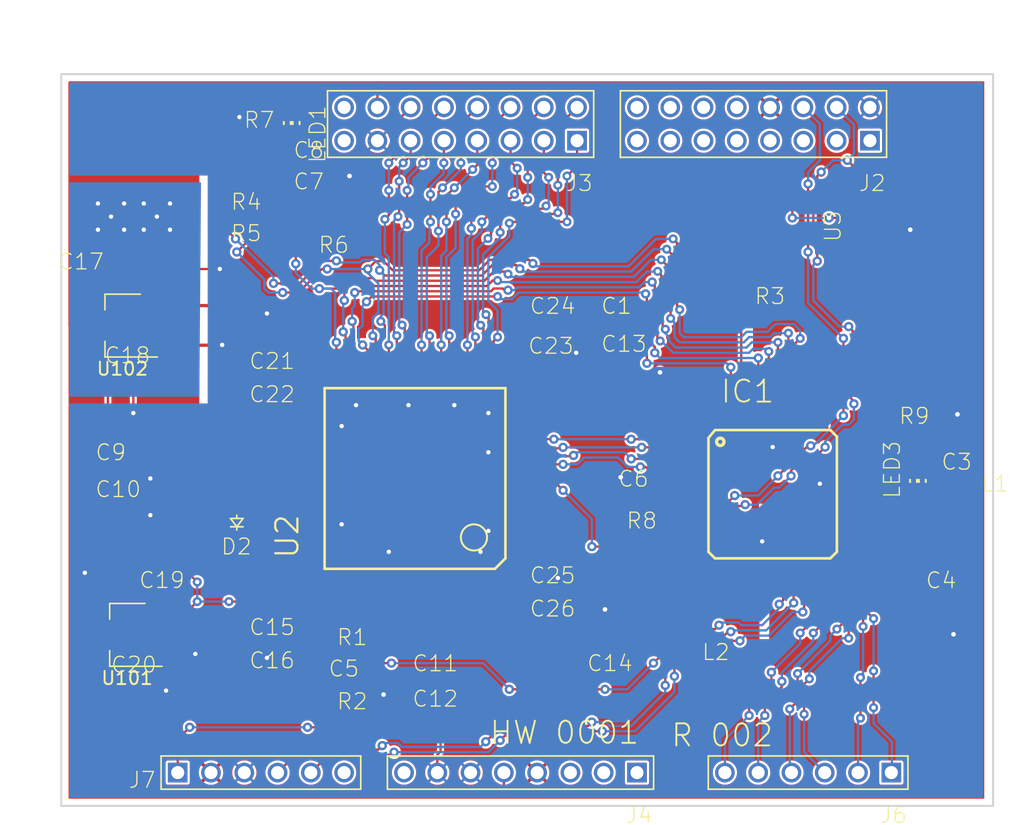
<source format=kicad_pcb>
(kicad_pcb (version 20171130) (host pcbnew "(5.0.0)")
  (layers (0 Top signal) (31 Bottom signal) (34 B.Paste user) (35 F.Paste user) (36 B.SilkS user) (37 F.SilkS user) (38 B.Mask user) (39 F.Mask user) (44 Edge.Cuts user))
  (net 0 "")
  (net 1 VDD)
  (net 2 GND)
  (net 3 VCCINT)
  (net 4 +5V)
  (net 5 /AVDD)
  (net 6 "Net-(IC1-Pad18)")
  (net 7 /~MCLR)
  (net 8 "Net-(C6-Pad2)")
  (net 9 "Net-(U2-Pad100)")
  (net 10 "Net-(U2-Pad99)")
  (net 11 "Net-(U2-Pad97)")
  (net 12 "Net-(U2-Pad96)")
  (net 13 "Net-(U2-Pad95)")
  (net 14 "Net-(U2-Pad94)")
  (net 15 "Net-(U2-Pad93)")
  (net 16 "Net-(U2-Pad91)")
  (net 17 "Net-(U2-Pad90)")
  (net 18 "Net-(U2-Pad89)")
  (net 19 "Net-(U2-Pad87)")
  (net 20 "Net-(U2-Pad86)")
  (net 21 "Net-(U2-Pad85)")
  (net 22 "Net-(U2-Pad83)")
  (net 23 "Net-(U2-Pad82)")
  (net 24 "Net-(U2-Pad81)")
  (net 25 "Net-(U2-Pad80)")
  (net 26 "Net-(U2-Pad79)")
  (net 27 "Net-(U2-Pad78)")
  (net 28 "Net-(D2-PadC)")
  (net 29 "Net-(U2-Pad74)")
  (net 30 "Net-(U2-Pad73)")
  (net 31 "Net-(U2-Pad72)")
  (net 32 "Net-(U2-Pad71)")
  (net 33 "Net-(U2-Pad69)")
  (net 34 "Net-(U2-Pad68)")
  (net 35 "Net-(U2-Pad66)")
  (net 36 "Net-(U2-Pad65)")
  (net 37 "Net-(U2-Pad64)")
  (net 38 "Net-(U2-Pad63)")
  (net 39 "Net-(U2-Pad62)")
  (net 40 "Net-(U2-Pad60)")
  (net 41 "Net-(U2-Pad59)")
  (net 42 "Net-(U2-Pad57)")
  (net 43 "Net-(U2-Pad56)")
  (net 44 "Net-(U2-Pad54)")
  (net 45 "Net-(U2-Pad53)")
  (net 46 "Net-(U2-Pad52)")
  (net 47 /~SS)
  (net 48 /SCK)
  (net 49 /MOSI)
  (net 50 /MISO)
  (net 51 /CRESET)
  (net 52 /CDONE)
  (net 53 /BIN19)
  (net 54 /BIN13)
  (net 55 /BIN18)
  (net 56 /BIN12)
  (net 57 /BIN17)
  (net 58 /BIN11)
  (net 59 /BIN16)
  (net 60 /BIN10)
  (net 61 /BIN15)
  (net 62 /BIN9)
  (net 63 /BIN14)
  (net 64 "Net-(U2-Pad25)")
  (net 65 "Net-(U2-Pad24)")
  (net 66 "Net-(U2-Pad21)")
  (net 67 "Net-(U2-Pad20)")
  (net 68 /FBIN0)
  (net 69 /FBIN1)
  (net 70 /FBIN2)
  (net 71 /FBIN3)
  (net 72 /REFO)
  (net 73 "Net-(U2-Pad12)")
  (net 74 "Net-(U2-Pad10)")
  (net 75 "Net-(U2-Pad9)")
  (net 76 "Net-(U2-Pad8)")
  (net 77 "Net-(U2-Pad7)")
  (net 78 "Net-(U2-Pad4)")
  (net 79 "Net-(U2-Pad3)")
  (net 80 "Net-(U2-Pad2)")
  (net 81 "Net-(U2-Pad76)")
  (net 82 /BIN8)
  (net 83 "Net-(U2-Pad1)")
  (net 84 "Net-(U2-Pad51)")
  (net 85 "Net-(J4-PadP$8)")
  (net 86 "Net-(J4-PadP$3)")
  (net 87 "Net-(J4-PadP$2)")
  (net 88 "Net-(J4-PadP$1)")
  (net 89 /AN5)
  (net 90 /AN4)
  (net 91 /AN3)
  (net 92 /AN2)
  (net 93 /AN1)
  (net 94 /AN0)
  (net 95 "Net-(J7-PadP$6)")
  (net 96 /PGC)
  (net 97 /PGD)
  (net 98 /USB-D-)
  (net 99 /USB-D+)
  (net 100 /VBUS)
  (net 101 "Net-(IC1-Pad42)")
  (net 102 "Net-(J3-PadP$16)")
  (net 103 "Net-(J3-PadP$15)")
  (net 104 "Net-(J2-PadP$16)")
  (net 105 "Net-(J2-PadP$14)")
  (net 106 "Net-(J2-PadP$12)")
  (net 107 "Net-(J2-PadP$10)")
  (net 108 "Net-(J2-PadP$15)")
  (net 109 "Net-(J2-PadP$13)")
  (net 110 "Net-(J2-PadP$11)")
  (net 111 "Net-(J2-PadP$9)")
  (net 112 "Net-(J2-PadP$7)")
  (net 113 "Net-(J2-PadP$5)")
  (net 114 "Net-(J2-PadP$3)")
  (net 115 "Net-(J2-PadP$1)")
  (net 116 "Net-(LED1-PadC)")
  (net 117 "Net-(LED3-PadC)")
  (net 118 /MODE)
  (net 119 "Net-(IC1-Pad44)")
  (net 120 "Net-(IC1-Pad41)")
  (net 121 "Net-(IC1-Pad32)")
  (net 122 "Net-(IC1-Pad31)")
  (net 123 "Net-(IC1-Pad30)")
  (net 124 "Net-(IC1-Pad27)")
  (net 125 "Net-(IC1-Pad15)")
  (net 126 "Net-(IC1-Pad14)")
  (net 127 "Net-(IC1-Pad13)")
  (net 128 "Net-(IC1-Pad11)")
  (net 129 "Net-(IC1-Pad6)")
  (net 130 "Net-(IC1-Pad5)")
  (net 131 "Net-(IC1-Pad12)")
  (module TO_SOT_Packages_SMD:SOT-89-3_Handsoldering (layer Top) (at 118.058 96.266 180)
    (fp_text reference U102 (at 0.45 -3.3 180) (layer F.SilkS))
    (fp_text value MCP1700-3302E_SOT89)
    (pad 2 smd trapezoid (at -0.37 0 270) (size 1.5 0.75) (rect_delta 0 0.5) (layers Top F.Paste F.Mask) (net 4 +5V))
    (pad 2 smd rect (at 1.98 0 90) (size 2 4) (layers Top F.Paste F.Mask) (net 4 +5V))
    (pad 3 smd rect (at -1.98 1.5 90) (size 1 2.5) (layers Top F.Paste F.Mask) (net 1 VDD))
    (pad 2 smd rect (at -1.98 0 90) (size 1 2.5) (layers Top F.Paste F.Mask) (net 4 +5V))
    (pad 1 smd rect (at -1.98 -1.5 90) (size 1 2.5) (layers Top F.Paste F.Mask) (net 2 GND))
  )
  (module TO_SOT_Packages_SMD:SOT-89-3_Handsoldering (layer Top) (at 118.416 119.888 180)
    (fp_text reference U101 (at 0.45 -3.3 180) (layer F.SilkS))
    (fp_text value MCP1700-1202E_SOT89)
    (pad 2 smd trapezoid (at -0.37 0 270) (size 1.5 0.75) (rect_delta 0 0.5) (layers Top F.Paste F.Mask) (net 1 VDD))
    (pad 2 smd rect (at 1.98 0 90) (size 2 4) (layers Top F.Paste F.Mask) (net 1 VDD))
    (pad 3 smd rect (at -1.98 1.5 90) (size 1 2.5) (layers Top F.Paste F.Mask) (net 3 VCCINT))
    (pad 2 smd rect (at -1.98 0 90) (size 1 2.5) (layers Top F.Paste F.Mask) (net 1 VDD))
    (pad 1 smd rect (at -1.98 -1.5 90) (size 1 2.5) (layers Top F.Paste F.Mask) (net 2 GND))
  )
  (module 01-mcu:C0805 (layer Top) (at 155.3411 96.7436)
    (fp_text reference C1 (at -1.27 -1.27) (layer F.SilkS) (effects (font (size 1.2065 1.2065) (thickness 0.1016)) (justify left bottom)))
    (fp_text value 100n)
    (pad 2 smd rect (at 0.95 0) (size 1.3 1.5) (layers Top F.Paste F.Mask) (net 2 GND))
    (pad 1 smd rect (at -0.95 0) (size 1.3 1.5) (layers Top F.Paste F.Mask) (net 1 VDD))
  )
  (module 01-mcu:C0805 (layer Top) (at 181.3131 106.1086 90)
    (fp_text reference C3 (at -1.27 -1.27) (layer F.SilkS) (effects (font (size 1.2065 1.2065) (thickness 0.09652)) (justify left bottom)))
    (fp_text value 100n)
    (pad 2 smd rect (at 0.95 0 90) (size 1.3 1.5) (layers Top F.Paste F.Mask) (net 2 GND))
    (pad 1 smd rect (at -0.95 0 90) (size 1.3 1.5) (layers Top F.Paste F.Mask) (net 1 VDD))
  )
  (module 01-mcu:C0805 (layer Top) (at 180.1241 117.7036)
    (fp_text reference C4 (at -1.27 -1.27) (layer F.SilkS) (effects (font (size 1.2065 1.2065) (thickness 0.09652)) (justify left bottom)))
    (fp_text value 100n)
    (pad 2 smd rect (at 0.95 0) (size 1.3 1.5) (layers Top F.Paste F.Mask) (net 2 GND))
    (pad 1 smd rect (at -0.95 0) (size 1.3 1.5) (layers Top F.Paste F.Mask) (net 5 /AVDD))
  )
  (module 01-mcu:R0805 (layer Top) (at 134.5411 122.0436)
    (fp_text reference R1 (at -0.635 -1.27) (layer F.SilkS) (effects (font (size 1.2065 1.2065) (thickness 0.09652)) (justify left bottom)))
    (fp_text value 100)
    (pad 2 smd rect (at 0.95 0) (size 1.3 1.5) (layers Top F.Paste F.Mask) (net 6 "Net-(IC1-Pad18)"))
    (pad 1 smd rect (at -0.95 0) (size 1.3 1.5) (layers Top F.Paste F.Mask) (net 7 /~MCLR))
  )
  (module 01-mcu:R0805 (layer Top) (at 134.5411 126.9436)
    (fp_text reference R2 (at -0.635 -1.27) (layer F.SilkS) (effects (font (size 1.2065 1.2065) (thickness 0.09652)) (justify left bottom)))
    (fp_text value 10K)
    (pad 2 smd rect (at 0.95 0) (size 1.3 1.5) (layers Top F.Paste F.Mask) (net 1 VDD))
    (pad 1 smd rect (at -0.95 0) (size 1.3 1.5) (layers Top F.Paste F.Mask) (net 7 /~MCLR))
  )
  (module 01-mcu:C0805 (layer Top) (at 134.5411 124.4436)
    (fp_text reference C5 (at -1.27 -1.27) (layer F.SilkS) (effects (font (size 1.2065 1.2065) (thickness 0.09652)) (justify left bottom)))
    (fp_text value 100n)
    (pad 2 smd rect (at 0.95 0) (size 1.3 1.5) (layers Top F.Paste F.Mask) (net 2 GND))
    (pad 1 smd rect (at -0.95 0) (size 1.3 1.5) (layers Top F.Paste F.Mask) (net 7 /~MCLR))
  )
  (module 01-mcu:C0805 (layer Top) (at 156.6411 109.9436)
    (fp_text reference C6 (at -1.27 -1.27) (layer F.SilkS) (effects (font (size 1.2065 1.2065) (thickness 0.09652)) (justify left bottom)))
    (fp_text value 10u)
    (pad 2 smd rect (at 0.95 0) (size 1.3 1.5) (layers Top F.Paste F.Mask) (net 8 "Net-(C6-Pad2)"))
    (pad 1 smd rect (at -0.95 0) (size 1.3 1.5) (layers Top F.Paste F.Mask) (net 2 GND))
  )
  (module 01-mcu:C0805 (layer Top) (at 131.8631 87.2436)
    (fp_text reference C7 (at -1.27 -1.27) (layer F.SilkS) (effects (font (size 1.2065 1.2065) (thickness 0.09652)) (justify left bottom)))
    (fp_text value 100n)
    (pad 2 smd rect (at 0.95 0) (size 1.3 1.5) (layers Top F.Paste F.Mask) (net 2 GND))
    (pad 1 smd rect (at -0.95 0) (size 1.3 1.5) (layers Top F.Paste F.Mask) (net 1 VDD))
  )
  (module 01-mcu:C0805 (layer Top) (at 131.8631 84.8436)
    (fp_text reference C8 (at -1.27 -1.27) (layer F.SilkS) (effects (font (size 1.2065 1.2065) (thickness 0.09652)) (justify left bottom)))
    (fp_text value 10n)
    (pad 2 smd rect (at 0.95 0) (size 1.3 1.5) (layers Top F.Paste F.Mask) (net 2 GND))
    (pad 1 smd rect (at -0.95 0) (size 1.3 1.5) (layers Top F.Paste F.Mask) (net 1 VDD))
  )
  (module 01-mcu:C0805 (layer Top) (at 116.7511 107.9246)
    (fp_text reference C9 (at -1.27 -1.27) (layer F.SilkS) (effects (font (size 1.2065 1.2065) (thickness 0.09652)) (justify left bottom)))
    (fp_text value 100n)
    (pad 2 smd rect (at 0.95 0) (size 1.3 1.5) (layers Top F.Paste F.Mask) (net 2 GND))
    (pad 1 smd rect (at -0.95 0) (size 1.3 1.5) (layers Top F.Paste F.Mask) (net 1 VDD))
  )
  (module 01-mcu:C0805 (layer Top) (at 116.7411 110.7436)
    (fp_text reference C10 (at -1.27 -1.27) (layer F.SilkS) (effects (font (size 1.2065 1.2065) (thickness 0.09652)) (justify left bottom)))
    (fp_text value 10n)
    (pad 2 smd rect (at 0.95 0) (size 1.3 1.5) (layers Top F.Paste F.Mask) (net 2 GND))
    (pad 1 smd rect (at -0.95 0) (size 1.3 1.5) (layers Top F.Paste F.Mask) (net 1 VDD))
  )
  (module 01-mcu:C0805 (layer Top) (at 140.9411 124.0436)
    (fp_text reference C11 (at -1.27 -1.27) (layer F.SilkS) (effects (font (size 1.2065 1.2065) (thickness 0.09652)) (justify left bottom)))
    (fp_text value 100n)
    (pad 2 smd rect (at 0.95 0) (size 1.3 1.5) (layers Top F.Paste F.Mask) (net 2 GND))
    (pad 1 smd rect (at -0.95 0) (size 1.3 1.5) (layers Top F.Paste F.Mask) (net 1 VDD))
  )
  (module 01-mcu:C0805 (layer Top) (at 140.9411 126.7436)
    (fp_text reference C12 (at -1.27 -1.27) (layer F.SilkS) (effects (font (size 1.2065 1.2065) (thickness 0.09652)) (justify left bottom)))
    (fp_text value 10n)
    (pad 2 smd rect (at 0.95 0) (size 1.3 1.5) (layers Top F.Paste F.Mask) (net 2 GND))
    (pad 1 smd rect (at -0.95 0) (size 1.3 1.5) (layers Top F.Paste F.Mask) (net 1 VDD))
  )
  (module 01-mcu:C0805 (layer Top) (at 155.3411 99.6436)
    (fp_text reference C13 (at -1.27 -1.27) (layer F.SilkS) (effects (font (size 1.2065 1.2065) (thickness 0.09652)) (justify left bottom)))
    (fp_text value 100n)
    (pad 2 smd rect (at 0.95 0) (size 1.3 1.5) (layers Top F.Paste F.Mask) (net 2 GND))
    (pad 1 smd rect (at -0.95 0) (size 1.3 1.5) (layers Top F.Paste F.Mask) (net 1 VDD))
  )
  (module 01-mcu:C0805 (layer Top) (at 155.3641 120.0806 180)
    (fp_text reference C14 (at -1.27 -1.27) (layer F.SilkS) (effects (font (size 1.2065 1.2065) (thickness 0.09652)) (justify right top)))
    (fp_text value 10n)
    (pad 2 smd rect (at 0.95 0 180) (size 1.3 1.5) (layers Top F.Paste F.Mask) (net 2 GND))
    (pad 1 smd rect (at -0.95 0 180) (size 1.3 1.5) (layers Top F.Paste F.Mask) (net 1 VDD))
  )
  (module 01-mcu:C0805 (layer Top) (at 129.5781 117.3226 180)
    (fp_text reference C15 (at -1.27 -1.27) (layer F.SilkS) (effects (font (size 1.2065 1.2065) (thickness 0.09652)) (justify right top)))
    (fp_text value 100n)
    (pad 2 smd rect (at 0.95 0 180) (size 1.3 1.5) (layers Top F.Paste F.Mask) (net 2 GND))
    (pad 1 smd rect (at -0.95 0 180) (size 1.3 1.5) (layers Top F.Paste F.Mask) (net 3 VCCINT))
  )
  (module 01-mcu:C0805 (layer Top) (at 129.5781 119.8626 180)
    (fp_text reference C16 (at -1.27 -1.27) (layer F.SilkS) (effects (font (size 1.2065 1.2065) (thickness 0.09652)) (justify right top)))
    (fp_text value 10n)
    (pad 2 smd rect (at 0.95 0 180) (size 1.3 1.5) (layers Top F.Paste F.Mask) (net 2 GND))
    (pad 1 smd rect (at -0.95 0 180) (size 1.3 1.5) (layers Top F.Paste F.Mask) (net 3 VCCINT))
  )
  (module 01-mcu:TQFP100-14X14 (layer Top) (at 139.9411 107.9436 90)
    (fp_text reference U2 (at -6.223 -8.763 90) (layer F.SilkS) (effects (font (size 1.6891 1.6891) (thickness 0.16891)) (justify left bottom)))
    (fp_text value ICE40-HX1K-VQFP100)
    (pad 100 smd rect (at -8 6 90) (size 2 0.28) (layers Top F.Paste F.Mask) (net 9 "Net-(U2-Pad100)"))
    (pad 99 smd rect (at -8 5.5 90) (size 2 0.28) (layers Top F.Paste F.Mask) (net 10 "Net-(U2-Pad99)"))
    (pad 98 smd rect (at -8 5 90) (size 2 0.28) (layers Top F.Paste F.Mask) (net 2 GND))
    (pad 97 smd rect (at -8 4.5 90) (size 2 0.28) (layers Top F.Paste F.Mask) (net 11 "Net-(U2-Pad97)"))
    (pad 96 smd rect (at -8 4 90) (size 2 0.28) (layers Top F.Paste F.Mask) (net 12 "Net-(U2-Pad96)"))
    (pad 95 smd rect (at -8 3.5 90) (size 2 0.28) (layers Top F.Paste F.Mask) (net 13 "Net-(U2-Pad95)"))
    (pad 94 smd rect (at -8 3 90) (size 2 0.28) (layers Top F.Paste F.Mask) (net 14 "Net-(U2-Pad94)"))
    (pad 93 smd rect (at -8 2.5 90) (size 2 0.28) (layers Top F.Paste F.Mask) (net 15 "Net-(U2-Pad93)"))
    (pad 92 smd rect (at -8 2 90) (size 2 0.28) (layers Top F.Paste F.Mask) (net 1 VDD))
    (pad 91 smd rect (at -8 1.5 90) (size 2 0.28) (layers Top F.Paste F.Mask) (net 16 "Net-(U2-Pad91)"))
    (pad 90 smd rect (at -8 1 90) (size 2 0.28) (layers Top F.Paste F.Mask) (net 17 "Net-(U2-Pad90)"))
    (pad 89 smd rect (at -8 0.5 90) (size 2 0.28) (layers Top F.Paste F.Mask) (net 18 "Net-(U2-Pad89)"))
    (pad 88 smd rect (at -8 0 90) (size 2 0.28) (layers Top F.Paste F.Mask) (net 1 VDD))
    (pad 87 smd rect (at -8 -0.5 90) (size 2 0.28) (layers Top F.Paste F.Mask) (net 19 "Net-(U2-Pad87)"))
    (pad 86 smd rect (at -8 -1 90) (size 2 0.28) (layers Top F.Paste F.Mask) (net 20 "Net-(U2-Pad86)"))
    (pad 85 smd rect (at -8 -1.5 90) (size 2 0.28) (layers Top F.Paste F.Mask) (net 21 "Net-(U2-Pad85)"))
    (pad 84 smd rect (at -8 -2 90) (size 2 0.28) (layers Top F.Paste F.Mask) (net 2 GND))
    (pad 83 smd rect (at -8 -2.5 90) (size 2 0.28) (layers Top F.Paste F.Mask) (net 22 "Net-(U2-Pad83)"))
    (pad 82 smd rect (at -8 -3 90) (size 2 0.28) (layers Top F.Paste F.Mask) (net 23 "Net-(U2-Pad82)"))
    (pad 81 smd rect (at -8 -3.5 90) (size 2 0.28) (layers Top F.Paste F.Mask) (net 24 "Net-(U2-Pad81)"))
    (pad 80 smd rect (at -8 -4 90) (size 2 0.28) (layers Top F.Paste F.Mask) (net 25 "Net-(U2-Pad80)"))
    (pad 79 smd rect (at -8 -4.5 90) (size 2 0.28) (layers Top F.Paste F.Mask) (net 26 "Net-(U2-Pad79)"))
    (pad 78 smd rect (at -8 -5 90) (size 2 0.28) (layers Top F.Paste F.Mask) (net 27 "Net-(U2-Pad78)"))
    (pad 77 smd rect (at -8 -5.5 90) (size 2 0.28) (layers Top F.Paste F.Mask) (net 3 VCCINT))
    (pad 75 smd rect (at -6 -8 90) (size 0.28 2) (layers Top F.Paste F.Mask) (net 28 "Net-(D2-PadC)"))
    (pad 74 smd rect (at -5.5 -8 90) (size 0.28 2) (layers Top F.Paste F.Mask) (net 29 "Net-(U2-Pad74)"))
    (pad 73 smd rect (at -5 -8 90) (size 0.28 2) (layers Top F.Paste F.Mask) (net 30 "Net-(U2-Pad73)"))
    (pad 72 smd rect (at -4.5 -8 90) (size 0.28 2) (layers Top F.Paste F.Mask) (net 31 "Net-(U2-Pad72)"))
    (pad 71 smd rect (at -4 -8 90) (size 0.28 2) (layers Top F.Paste F.Mask) (net 32 "Net-(U2-Pad71)"))
    (pad 70 smd rect (at -3.5 -8 90) (size 0.28 2) (layers Top F.Paste F.Mask) (net 2 GND))
    (pad 69 smd rect (at -3 -8 90) (size 0.28 2) (layers Top F.Paste F.Mask) (net 33 "Net-(U2-Pad69)"))
    (pad 68 smd rect (at -2.5 -8 90) (size 0.28 2) (layers Top F.Paste F.Mask) (net 34 "Net-(U2-Pad68)"))
    (pad 67 smd rect (at -2 -8 90) (size 0.28 2) (layers Top F.Paste F.Mask) (net 1 VDD))
    (pad 66 smd rect (at -1.5 -8 90) (size 0.28 2) (layers Top F.Paste F.Mask) (net 35 "Net-(U2-Pad66)"))
    (pad 65 smd rect (at -1 -8 90) (size 0.28 2) (layers Top F.Paste F.Mask) (net 36 "Net-(U2-Pad65)"))
    (pad 64 smd rect (at -0.5 -8 90) (size 0.28 2) (layers Top F.Paste F.Mask) (net 37 "Net-(U2-Pad64)"))
    (pad 63 smd rect (at 0 -8 90) (size 0.28 2) (layers Top F.Paste F.Mask) (net 38 "Net-(U2-Pad63)"))
    (pad 62 smd rect (at 0.5 -8 90) (size 0.28 2) (layers Top F.Paste F.Mask) (net 39 "Net-(U2-Pad62)"))
    (pad 61 smd rect (at 1 -8 90) (size 0.28 2) (layers Top F.Paste F.Mask) (net 3 VCCINT))
    (pad 60 smd rect (at 1.5 -8 90) (size 0.28 2) (layers Top F.Paste F.Mask) (net 40 "Net-(U2-Pad60)"))
    (pad 59 smd rect (at 2 -8 90) (size 0.28 2) (layers Top F.Paste F.Mask) (net 41 "Net-(U2-Pad59)"))
    (pad 58 smd rect (at 2.5 -8 90) (size 0.28 2) (layers Top F.Paste F.Mask) (net 1 VDD))
    (pad 57 smd rect (at 3 -8 90) (size 0.28 2) (layers Top F.Paste F.Mask) (net 42 "Net-(U2-Pad57)"))
    (pad 56 smd rect (at 3.5 -8 90) (size 0.28 2) (layers Top F.Paste F.Mask) (net 43 "Net-(U2-Pad56)"))
    (pad 55 smd rect (at 4 -8 90) (size 0.28 2) (layers Top F.Paste F.Mask) (net 2 GND))
    (pad 54 smd rect (at 4.5 -8 90) (size 0.28 2) (layers Top F.Paste F.Mask) (net 44 "Net-(U2-Pad54)"))
    (pad 53 smd rect (at 5 -8 90) (size 0.28 2) (layers Top F.Paste F.Mask) (net 45 "Net-(U2-Pad53)"))
    (pad 52 smd rect (at 5.5 -8 90) (size 0.28 2) (layers Top F.Paste F.Mask) (net 46 "Net-(U2-Pad52)"))
    (pad 50 smd rect (at 8 -6 90) (size 2 0.28) (layers Top F.Paste F.Mask) (net 1 VDD))
    (pad 49 smd rect (at 8 -5.5 90) (size 2 0.28) (layers Top F.Paste F.Mask) (net 47 /~SS))
    (pad 48 smd rect (at 8 -5 90) (size 2 0.28) (layers Top F.Paste F.Mask) (net 48 /SCK))
    (pad 47 smd rect (at 8 -4.5 90) (size 2 0.28) (layers Top F.Paste F.Mask) (net 2 GND))
    (pad 46 smd rect (at 8 -4 90) (size 2 0.28) (layers Top F.Paste F.Mask) (net 49 /MOSI))
    (pad 45 smd rect (at 8 -3.5 90) (size 2 0.28) (layers Top F.Paste F.Mask) (net 50 /MISO))
    (pad 44 smd rect (at 8 -3 90) (size 2 0.28) (layers Top F.Paste F.Mask) (net 51 /CRESET))
    (pad 43 smd rect (at 8 -2.5 90) (size 2 0.28) (layers Top F.Paste F.Mask) (net 52 /CDONE))
    (pad 42 smd rect (at 8 -2 90) (size 2 0.28) (layers Top F.Paste F.Mask) (net 53 /BIN19))
    (pad 41 smd rect (at 8 -1.5 90) (size 2 0.28) (layers Top F.Paste F.Mask) (net 54 /BIN13))
    (pad 40 smd rect (at 8 -1 90) (size 2 0.28) (layers Top F.Paste F.Mask) (net 55 /BIN18))
    (pad 39 smd rect (at 8 -0.5 90) (size 2 0.28) (layers Top F.Paste F.Mask) (net 2 GND))
    (pad 38 smd rect (at 8 0 90) (size 2 0.28) (layers Top F.Paste F.Mask) (net 1 VDD))
    (pad 37 smd rect (at 8 0.5 90) (size 2 0.28) (layers Top F.Paste F.Mask) (net 56 /BIN12))
    (pad 36 smd rect (at 8 1 90) (size 2 0.28) (layers Top F.Paste F.Mask) (net 57 /BIN17))
    (pad 35 smd rect (at 8 1.5 90) (size 2 0.28) (layers Top F.Paste F.Mask) (net 3 VCCINT))
    (pad 34 smd rect (at 8 2 90) (size 2 0.28) (layers Top F.Paste F.Mask) (net 58 /BIN11))
    (pad 33 smd rect (at 8 2.5 90) (size 2 0.28) (layers Top F.Paste F.Mask) (net 59 /BIN16))
    (pad 32 smd rect (at 8 3 90) (size 2 0.28) (layers Top F.Paste F.Mask) (net 2 GND))
    (pad 31 smd rect (at 8 3.5 90) (size 2 0.28) (layers Top F.Paste F.Mask) (net 1 VDD))
    (pad 30 smd rect (at 8 4 90) (size 2 0.28) (layers Top F.Paste F.Mask) (net 60 /BIN10))
    (pad 29 smd rect (at 8 4.5 90) (size 2 0.28) (layers Top F.Paste F.Mask) (net 61 /BIN15))
    (pad 28 smd rect (at 8 5 90) (size 2 0.28) (layers Top F.Paste F.Mask) (net 62 /BIN9))
    (pad 27 smd rect (at 8 5.5 90) (size 2 0.28) (layers Top F.Paste F.Mask) (net 63 /BIN14))
    (pad 25 smd rect (at 6 8 90) (size 0.28 2) (layers Top F.Paste F.Mask) (net 64 "Net-(U2-Pad25)"))
    (pad 24 smd rect (at 5.5 8 90) (size 0.28 2) (layers Top F.Paste F.Mask) (net 65 "Net-(U2-Pad24)"))
    (pad 23 smd rect (at 5 8 90) (size 0.28 2) (layers Top F.Paste F.Mask) (net 2 GND))
    (pad 22 smd rect (at 4.5 8 90) (size 0.28 2) (layers Top F.Paste F.Mask) (net 1 VDD))
    (pad 21 smd rect (at 4 8 90) (size 0.28 2) (layers Top F.Paste F.Mask) (net 66 "Net-(U2-Pad21)"))
    (pad 20 smd rect (at 3.5 8 90) (size 0.28 2) (layers Top F.Paste F.Mask) (net 67 "Net-(U2-Pad20)"))
    (pad 19 smd rect (at 3 8 90) (size 0.28 2) (layers Top F.Paste F.Mask) (net 68 /FBIN0))
    (pad 18 smd rect (at 2.5 8 90) (size 0.28 2) (layers Top F.Paste F.Mask) (net 69 /FBIN1))
    (pad 17 smd rect (at 2 8 90) (size 0.28 2) (layers Top F.Paste F.Mask) (net 2 GND))
    (pad 16 smd rect (at 1.5 8 90) (size 0.28 2) (layers Top F.Paste F.Mask) (net 70 /FBIN2))
    (pad 15 smd rect (at 1 8 90) (size 0.28 2) (layers Top F.Paste F.Mask) (net 71 /FBIN3))
    (pad 14 smd rect (at 0.5 8 90) (size 0.28 2) (layers Top F.Paste F.Mask) (net 1 VDD))
    (pad 13 smd rect (at 0 8 90) (size 0.28 2) (layers Top F.Paste F.Mask) (net 72 /REFO))
    (pad 12 smd rect (at -0.5 8 90) (size 0.28 2) (layers Top F.Paste F.Mask) (net 73 "Net-(U2-Pad12)"))
    (pad 11 smd rect (at -1 8 90) (size 0.28 2) (layers Top F.Paste F.Mask) (net 3 VCCINT))
    (pad 10 smd rect (at -1.5 8 90) (size 0.28 2) (layers Top F.Paste F.Mask) (net 74 "Net-(U2-Pad10)"))
    (pad 9 smd rect (at -2 8 90) (size 0.28 2) (layers Top F.Paste F.Mask) (net 75 "Net-(U2-Pad9)"))
    (pad 8 smd rect (at -2.5 8 90) (size 0.28 2) (layers Top F.Paste F.Mask) (net 76 "Net-(U2-Pad8)"))
    (pad 7 smd rect (at -3 8 90) (size 0.28 2) (layers Top F.Paste F.Mask) (net 77 "Net-(U2-Pad7)"))
    (pad 6 smd rect (at -3.5 8 90) (size 0.28 2) (layers Top F.Paste F.Mask) (net 1 VDD))
    (pad 5 smd rect (at -4 8 90) (size 0.28 2) (layers Top F.Paste F.Mask) (net 2 GND))
    (pad 4 smd rect (at -4.5 8 90) (size 0.28 2) (layers Top F.Paste F.Mask) (net 78 "Net-(U2-Pad4)"))
    (pad 3 smd rect (at -5 8 90) (size 0.28 2) (layers Top F.Paste F.Mask) (net 79 "Net-(U2-Pad3)"))
    (pad 2 smd rect (at -5.5 8 90) (size 0.28 2) (layers Top F.Paste F.Mask) (net 80 "Net-(U2-Pad2)"))
    (pad 76 smd rect (at -8 -6 90) (size 2 0.28) (layers Top F.Paste F.Mask) (net 81 "Net-(U2-Pad76)"))
    (pad 26 smd rect (at 8 6 90) (size 2 0.28) (layers Top F.Paste F.Mask) (net 82 /BIN8))
    (pad 1 smd rect (at -6 8 90) (size 0.28 2) (layers Top F.Paste F.Mask) (net 83 "Net-(U2-Pad1)"))
    (pad 51 smd rect (at 6 -8 90) (size 0.28 2) (layers Top F.Paste F.Mask) (net 84 "Net-(U2-Pad51)"))
  )
  (module 01-mcu:L0805 (layer Top) (at 163.0441 123.1836)
    (fp_text reference L2 (at -1.27 -1.27) (layer F.SilkS) (effects (font (size 1.2065 1.2065) (thickness 0.1016)) (justify left bottom)))
    (fp_text value BEAD)
    (pad 2 smd rect (at 0.95 0) (size 1.3 1.5) (layers Top F.Paste F.Mask) (net 5 /AVDD))
    (pad 1 smd rect (at -0.95 0) (size 1.3 1.5) (layers Top F.Paste F.Mask) (net 1 VDD))
  )
  (module 01-mcu:C0805 (layer Top) (at 117.5411 91.9436)
    (fp_text reference C17 (at -1.27 -1.27) (layer F.SilkS) (effects (font (size 1.2065 1.2065) (thickness 0.09652)) (justify right top)))
    (fp_text value 1u)
    (pad 2 smd rect (at 0.95 0) (size 1.3 1.5) (layers Top F.Paste F.Mask) (net 2 GND))
    (pad 1 smd rect (at -0.95 0) (size 1.3 1.5) (layers Top F.Paste F.Mask) (net 4 +5V))
  )
  (module 01-mcu:C0805 (layer Top) (at 117.4511 100.5176)
    (fp_text reference C18 (at -1.27 -1.27) (layer F.SilkS) (effects (font (size 1.2065 1.2065) (thickness 0.09652)) (justify left bottom)))
    (fp_text value 1u)
    (pad 2 smd rect (at 0.95 0) (size 1.3 1.5) (layers Top F.Paste F.Mask) (net 2 GND))
    (pad 1 smd rect (at -0.95 0) (size 1.3 1.5) (layers Top F.Paste F.Mask) (net 1 VDD))
  )
  (module 01-mcu:C0805 (layer Top) (at 117.5411 115.1436 180)
    (fp_text reference C19 (at -1.27 -1.27) (layer F.SilkS) (effects (font (size 1.2065 1.2065) (thickness 0.09652)) (justify left bottom)))
    (fp_text value 1u)
    (pad 2 smd rect (at 0.95 0 180) (size 1.3 1.5) (layers Top F.Paste F.Mask) (net 2 GND))
    (pad 1 smd rect (at -0.95 0 180) (size 1.3 1.5) (layers Top F.Paste F.Mask) (net 3 VCCINT))
  )
  (module 01-mcu:ARDUINO-CONN-8 (layer Top) (at 156.8831 130.4036 180)
    (fp_text reference J4 (at -1.27 -2.54) (layer F.SilkS) (effects (font (size 1.2065 1.2065) (thickness 0.09652)) (justify right top)))
    (fp_text value ARDUINO-CONN-8)
    (pad P$8 thru_hole circle (at 17.78 0 180) (size 1.5 1.5) (drill 1) (layers *.Cu *.Mask) (net 85 "Net-(J4-PadP$8)"))
    (pad P$7 thru_hole circle (at 15.24 0 180) (size 1.5 1.5) (drill 1) (layers *.Cu *.Mask) (net 2 GND))
    (pad P$6 thru_hole circle (at 12.7 0 180) (size 1.5 1.5) (drill 1) (layers *.Cu *.Mask) (net 2 GND))
    (pad P$5 thru_hole circle (at 10.16 0 180) (size 1.5 1.5) (drill 1) (layers *.Cu *.Mask) (net 4 +5V))
    (pad P$4 thru_hole circle (at 7.62 0 180) (size 1.5 1.5) (drill 1) (layers *.Cu *.Mask) (net 1 VDD))
    (pad P$3 thru_hole circle (at 5.08 0 180) (size 1.5 1.5) (drill 1) (layers *.Cu *.Mask) (net 86 "Net-(J4-PadP$3)"))
    (pad P$2 thru_hole circle (at 2.54 0 180) (size 1.5 1.5) (drill 1) (layers *.Cu *.Mask) (net 87 "Net-(J4-PadP$2)"))
    (pad P$1 thru_hole rect (at 0 0 180) (size 1.5 1.5) (drill 1) (layers *.Cu *.Mask) (net 88 "Net-(J4-PadP$1)"))
  )
  (module 01-mcu:ARDUINO-CONN-6 (layer Top) (at 176.2941 130.4036 180)
    (fp_text reference J6 (at -1.27 -2.54) (layer F.SilkS) (effects (font (size 1.2065 1.2065) (thickness 0.09652)) (justify right top)))
    (fp_text value ARDUINO-CONN-6)
    (pad P$6 thru_hole circle (at 12.7 0 180) (size 1.5 1.5) (drill 1) (layers *.Cu *.Mask) (net 89 /AN5))
    (pad P$5 thru_hole circle (at 10.16 0 180) (size 1.5 1.5) (drill 1) (layers *.Cu *.Mask) (net 90 /AN4))
    (pad P$4 thru_hole circle (at 7.62 0 180) (size 1.5 1.5) (drill 1) (layers *.Cu *.Mask) (net 91 /AN3))
    (pad P$3 thru_hole circle (at 5.08 0 180) (size 1.5 1.5) (drill 1) (layers *.Cu *.Mask) (net 92 /AN2))
    (pad P$2 thru_hole circle (at 2.54 0 180) (size 1.5 1.5) (drill 1) (layers *.Cu *.Mask) (net 93 /AN1))
    (pad P$1 thru_hole rect (at 0 0 180) (size 1.5 1.5) (drill 1) (layers *.Cu *.Mask) (net 94 /AN0))
  )
  (module 01-mcu:PICKIT-ICSP (layer Top) (at 121.8311 130.4036 90)
    (fp_text reference J7 (at -1.27 -3.81) (layer F.SilkS) (effects (font (size 1.2065 1.2065) (thickness 0.09652)) (justify left bottom)))
    (fp_text value PICKIT-ICSP)
    (pad P$6 thru_hole circle (at 0 12.7 90) (size 1.5 1.5) (drill 1) (layers *.Cu *.Mask) (net 95 "Net-(J7-PadP$6)"))
    (pad P$5 thru_hole circle (at 0 10.16 90) (size 1.5 1.5) (drill 1) (layers *.Cu *.Mask) (net 96 /PGC))
    (pad P$4 thru_hole circle (at 0 7.62 90) (size 1.5 1.5) (drill 1) (layers *.Cu *.Mask) (net 97 /PGD))
    (pad P$3 thru_hole circle (at 0 5.08 90) (size 1.5 1.5) (drill 1) (layers *.Cu *.Mask) (net 2 GND))
    (pad P$2 thru_hole circle (at 0 2.54 90) (size 1.5 1.5) (drill 1) (layers *.Cu *.Mask) (net 1 VDD))
    (pad P$1 thru_hole rect (at 0 0 90) (size 1.5 1.5) (drill 1) (layers *.Cu *.Mask) (net 7 /~MCLR))
  )
  (module 01-mcu:SOT23 (layer Top) (at 174.4411 88.0436 90)
    (fp_text reference U3 (at -1.905 -1.905 90) (layer F.SilkS) (effects (font (size 1.2065 1.2065) (thickness 0.09652)) (justify left bottom)))
    (fp_text value SP0502BAHT-SOT23)
    (pad 1 smd rect (at -0.95 1.1 90) (size 1 1.4) (layers Top F.Paste F.Mask) (net 2 GND))
    (pad 2 smd rect (at 0.95 1.1 90) (size 1 1.4) (layers Top F.Paste F.Mask) (net 98 /USB-D-))
    (pad 3 smd rect (at 0 -1.1 90) (size 1 1.4) (layers Top F.Paste F.Mask) (net 99 /USB-D+))
  )
  (module 01-mcu:R0805 (layer Top) (at 167.0611 94.0966 90)
    (fp_text reference R3 (at -0.635 -1.27) (layer F.SilkS) (effects (font (size 1.2065 1.2065) (thickness 0.09652)) (justify left bottom)))
    (fp_text value 100)
    (pad 2 smd rect (at 0.95 0 90) (size 1.3 1.5) (layers Top F.Paste F.Mask) (net 100 /VBUS))
    (pad 1 smd rect (at -0.95 0 90) (size 1.3 1.5) (layers Top F.Paste F.Mask) (net 101 "Net-(IC1-Pad42)"))
  )
  (module 01-mcu:C0805 (layer Top) (at 117.9411 124.1436)
    (fp_text reference C20 (at -1.27 -1.27) (layer F.SilkS) (effects (font (size 1.2065 1.2065) (thickness 0.09652)) (justify left bottom)))
    (fp_text value 1u)
    (pad 2 smd rect (at 0.95 0) (size 1.3 1.5) (layers Top F.Paste F.Mask) (net 2 GND))
    (pad 1 smd rect (at -0.95 0) (size 1.3 1.5) (layers Top F.Paste F.Mask) (net 1 VDD))
  )
  (module 01-mcu:MBR0520-SOD-123_MINI-SMA (layer Top) (at 126.3391 111.3126 90)
    (fp_text reference D2 (at -2.54 -1.27) (layer F.SilkS) (effects (font (size 1.2065 1.2065) (thickness 0.09652)) (justify left bottom)))
    (fp_text value MBR0520)
    (pad C smd rect (at -2.0066 0 270) (size 1.4224 1.2192) (layers Top F.Paste F.Mask) (net 28 "Net-(D2-PadC)"))
    (pad A smd rect (at 1.778 0 270) (size 1.4224 1.2192) (layers Top F.Paste F.Mask) (net 1 VDD))
  )
  (module 01-mcu:R0805 (layer Top) (at 127.6631 84.8436 180)
    (fp_text reference R4 (at -0.635 -1.27) (layer F.SilkS) (effects (font (size 1.2065 1.2065) (thickness 0.09652)) (justify right top)))
    (fp_text value 10K)
    (pad 2 smd rect (at 0.95 0 180) (size 1.3 1.5) (layers Top F.Paste F.Mask) (net 52 /CDONE))
    (pad 1 smd rect (at -0.95 0 180) (size 1.3 1.5) (layers Top F.Paste F.Mask) (net 1 VDD))
  )
  (module 01-mcu:R0805 (layer Top) (at 127.6631 87.2436 180)
    (fp_text reference R5 (at -0.635 -1.27) (layer F.SilkS) (effects (font (size 1.2065 1.2065) (thickness 0.09652)) (justify right top)))
    (fp_text value 10K)
    (pad 2 smd rect (at 0.95 0 180) (size 1.3 1.5) (layers Top F.Paste F.Mask) (net 51 /CRESET))
    (pad 1 smd rect (at -0.95 0 180) (size 1.3 1.5) (layers Top F.Paste F.Mask) (net 1 VDD))
  )
  (module 01-mcu:R0805 (layer Top) (at 131.8631 89.5436 180)
    (fp_text reference R6 (at -0.635 -1.27) (layer F.SilkS) (effects (font (size 1.2065 1.2065) (thickness 0.09652)) (justify left bottom)))
    (fp_text value 10K)
    (pad 2 smd rect (at 0.95 0 180) (size 1.3 1.5) (layers Top F.Paste F.Mask) (net 47 /~SS))
    (pad 1 smd rect (at -0.95 0 180) (size 1.3 1.5) (layers Top F.Paste F.Mask) (net 2 GND))
  )
  (module 01-mcu:C0805 (layer Top) (at 129.5781 97.0026 180)
    (fp_text reference C21 (at -1.27 -1.27) (layer F.SilkS) (effects (font (size 1.2065 1.2065) (thickness 0.09652)) (justify right top)))
    (fp_text value 100n)
    (pad 2 smd rect (at 0.95 0 180) (size 1.3 1.5) (layers Top F.Paste F.Mask) (net 2 GND))
    (pad 1 smd rect (at -0.95 0 180) (size 1.3 1.5) (layers Top F.Paste F.Mask) (net 3 VCCINT))
  )
  (module 01-mcu:C0805 (layer Top) (at 129.5781 99.5426 180)
    (fp_text reference C22 (at -1.27 -1.27) (layer F.SilkS) (effects (font (size 1.2065 1.2065) (thickness 0.09652)) (justify right top)))
    (fp_text value 10n)
    (pad 2 smd rect (at 0.95 0 180) (size 1.3 1.5) (layers Top F.Paste F.Mask) (net 2 GND))
    (pad 1 smd rect (at -0.95 0 180) (size 1.3 1.5) (layers Top F.Paste F.Mask) (net 3 VCCINT))
  )
  (module 01-mcu:C0805 (layer Top) (at 149.7711 99.7966)
    (fp_text reference C23 (at -1.27 -1.27) (layer F.SilkS) (effects (font (size 1.2065 1.2065) (thickness 0.09652)) (justify left bottom)))
    (fp_text value 100n)
    (pad 2 smd rect (at 0.95 0) (size 1.3 1.5) (layers Top F.Paste F.Mask) (net 2 GND))
    (pad 1 smd rect (at -0.95 0) (size 1.3 1.5) (layers Top F.Paste F.Mask) (net 3 VCCINT))
  )
  (module 01-mcu:C0805 (layer Top) (at 149.8981 96.7486)
    (fp_text reference C24 (at -1.27 -1.27) (layer F.SilkS) (effects (font (size 1.2065 1.2065) (thickness 0.09652)) (justify left bottom)))
    (fp_text value 10n)
    (pad 2 smd rect (at 0.95 0) (size 1.3 1.5) (layers Top F.Paste F.Mask) (net 2 GND))
    (pad 1 smd rect (at -0.95 0) (size 1.3 1.5) (layers Top F.Paste F.Mask) (net 3 VCCINT))
  )
  (module 01-mcu:C0805 (layer Top) (at 149.8981 117.3226)
    (fp_text reference C25 (at -1.27 -1.27) (layer F.SilkS) (effects (font (size 1.2065 1.2065) (thickness 0.09652)) (justify left bottom)))
    (fp_text value 100n)
    (pad 2 smd rect (at 0.95 0) (size 1.3 1.5) (layers Top F.Paste F.Mask) (net 2 GND))
    (pad 1 smd rect (at -0.95 0) (size 1.3 1.5) (layers Top F.Paste F.Mask) (net 3 VCCINT))
  )
  (module 01-mcu:C0805 (layer Top) (at 149.8981 119.8626)
    (fp_text reference C26 (at -1.27 -1.27) (layer F.SilkS) (effects (font (size 1.2065 1.2065) (thickness 0.09652)) (justify left bottom)))
    (fp_text value 10n)
    (pad 2 smd rect (at 0.95 0) (size 1.3 1.5) (layers Top F.Paste F.Mask) (net 2 GND))
    (pad 1 smd rect (at -0.95 0) (size 1.3 1.5) (layers Top F.Paste F.Mask) (net 3 VCCINT))
  )
  (module 01-mcu:ARDUINO-CONN-8X2 (layer Top) (at 152.3111 82.1436 180)
    (fp_text reference J3 (at -1.27 -2.54) (layer F.SilkS) (effects (font (size 1.2065 1.2065) (thickness 0.09652)) (justify right top)))
    (fp_text value ARDUINO-CONN-8X2)
    (pad P$16 thru_hole circle (at 17.78 2.54 180) (size 1.5 1.5) (drill 1) (layers *.Cu *.Mask) (net 102 "Net-(J3-PadP$16)"))
    (pad P$14 thru_hole circle (at 15.24 2.54 180) (size 1.5 1.5) (drill 1) (layers *.Cu *.Mask) (net 4 +5V))
    (pad P$12 thru_hole circle (at 12.7 2.54 180) (size 1.5 1.5) (drill 1) (layers *.Cu *.Mask) (net 53 /BIN19))
    (pad P$10 thru_hole circle (at 10.16 2.54 180) (size 1.5 1.5) (drill 1) (layers *.Cu *.Mask) (net 55 /BIN18))
    (pad P$8 thru_hole circle (at 7.62 2.54 180) (size 1.5 1.5) (drill 1) (layers *.Cu *.Mask) (net 57 /BIN17))
    (pad P$6 thru_hole circle (at 5.08 2.54 180) (size 1.5 1.5) (drill 1) (layers *.Cu *.Mask) (net 59 /BIN16))
    (pad P$4 thru_hole circle (at 2.54 2.54 180) (size 1.5 1.5) (drill 1) (layers *.Cu *.Mask) (net 61 /BIN15))
    (pad P$2 thru_hole circle (at 0 2.54 180) (size 1.5 1.5) (drill 1) (layers *.Cu *.Mask) (net 63 /BIN14))
    (pad P$15 thru_hole circle (at 17.78 0 180) (size 1.5 1.5) (drill 1) (layers *.Cu *.Mask) (net 103 "Net-(J3-PadP$15)"))
    (pad P$13 thru_hole circle (at 15.24 0 180) (size 1.5 1.5) (drill 1) (layers *.Cu *.Mask) (net 2 GND))
    (pad P$11 thru_hole circle (at 12.7 0 180) (size 1.5 1.5) (drill 1) (layers *.Cu *.Mask) (net 54 /BIN13))
    (pad P$9 thru_hole circle (at 10.16 0 180) (size 1.5 1.5) (drill 1) (layers *.Cu *.Mask) (net 56 /BIN12))
    (pad P$7 thru_hole circle (at 7.62 0 180) (size 1.5 1.5) (drill 1) (layers *.Cu *.Mask) (net 58 /BIN11))
    (pad P$5 thru_hole circle (at 5.08 0 180) (size 1.5 1.5) (drill 1) (layers *.Cu *.Mask) (net 60 /BIN10))
    (pad P$3 thru_hole circle (at 2.54 0 180) (size 1.5 1.5) (drill 1) (layers *.Cu *.Mask) (net 62 /BIN9))
    (pad P$1 thru_hole rect (at 0 0 180) (size 1.5 1.5) (drill 1) (layers *.Cu *.Mask) (net 82 /BIN8))
  )
  (module 01-mcu:ARDUINO-CONN-8X2 (layer Top) (at 174.6631 82.1436 180)
    (fp_text reference J2 (at -1.27 -2.54) (layer F.SilkS) (effects (font (size 1.2065 1.2065) (thickness 0.09652)) (justify right top)))
    (fp_text value ARDUINO-CONN-8X2)
    (pad P$16 thru_hole circle (at 17.78 2.54 180) (size 1.5 1.5) (drill 1) (layers *.Cu *.Mask) (net 104 "Net-(J2-PadP$16)"))
    (pad P$14 thru_hole circle (at 15.24 2.54 180) (size 1.5 1.5) (drill 1) (layers *.Cu *.Mask) (net 105 "Net-(J2-PadP$14)"))
    (pad P$12 thru_hole circle (at 12.7 2.54 180) (size 1.5 1.5) (drill 1) (layers *.Cu *.Mask) (net 106 "Net-(J2-PadP$12)"))
    (pad P$10 thru_hole circle (at 10.16 2.54 180) (size 1.5 1.5) (drill 1) (layers *.Cu *.Mask) (net 107 "Net-(J2-PadP$10)"))
    (pad P$8 thru_hole circle (at 7.62 2.54 180) (size 1.5 1.5) (drill 1) (layers *.Cu *.Mask) (net 100 /VBUS))
    (pad P$6 thru_hole circle (at 5.08 2.54 180) (size 1.5 1.5) (drill 1) (layers *.Cu *.Mask) (net 99 /USB-D+))
    (pad P$4 thru_hole circle (at 2.54 2.54 180) (size 1.5 1.5) (drill 1) (layers *.Cu *.Mask) (net 98 /USB-D-))
    (pad P$2 thru_hole circle (at 0 2.54 180) (size 1.5 1.5) (drill 1) (layers *.Cu *.Mask) (net 2 GND))
    (pad P$15 thru_hole circle (at 17.78 0 180) (size 1.5 1.5) (drill 1) (layers *.Cu *.Mask) (net 108 "Net-(J2-PadP$15)"))
    (pad P$13 thru_hole circle (at 15.24 0 180) (size 1.5 1.5) (drill 1) (layers *.Cu *.Mask) (net 109 "Net-(J2-PadP$13)"))
    (pad P$11 thru_hole circle (at 12.7 0 180) (size 1.5 1.5) (drill 1) (layers *.Cu *.Mask) (net 110 "Net-(J2-PadP$11)"))
    (pad P$9 thru_hole circle (at 10.16 0 180) (size 1.5 1.5) (drill 1) (layers *.Cu *.Mask) (net 111 "Net-(J2-PadP$9)"))
    (pad P$7 thru_hole circle (at 7.62 0 180) (size 1.5 1.5) (drill 1) (layers *.Cu *.Mask) (net 112 "Net-(J2-PadP$7)"))
    (pad P$5 thru_hole circle (at 5.08 0 180) (size 1.5 1.5) (drill 1) (layers *.Cu *.Mask) (net 113 "Net-(J2-PadP$5)"))
    (pad P$3 thru_hole circle (at 2.54 0 180) (size 1.5 1.5) (drill 1) (layers *.Cu *.Mask) (net 114 "Net-(J2-PadP$3)"))
    (pad P$1 thru_hole rect (at 0 0 180) (size 1.5 1.5) (drill 1) (layers *.Cu *.Mask) (net 115 "Net-(J2-PadP$1)"))
  )
  (module 01-mcu:CHIP-LED0805 (layer Top) (at 130.5291 80.6466 180)
    (fp_text reference LED1 (at -1.27 1.27 90) (layer F.SilkS) (effects (font (size 1.2065 1.2065) (thickness 0.09652)) (justify right top)))
    (fp_text value LEDCHIP-LED0805)
    (pad A smd rect (at 0 1.05 180) (size 1.2 1.2) (layers Top F.Paste F.Mask) (net 1 VDD))
    (pad C smd rect (at 0 -1.05 180) (size 1.2 1.2) (layers Top F.Paste F.Mask) (net 116 "Net-(LED1-PadC)"))
  )
  (module 01-mcu:R0805 (layer Top) (at 127.4411 82.5436)
    (fp_text reference R7 (at -0.635 -1.27) (layer F.SilkS) (effects (font (size 1.2065 1.2065) (thickness 0.09652)) (justify left bottom)))
    (fp_text value 680)
    (pad 2 smd rect (at 0.95 0) (size 1.3 1.5) (layers Top F.Paste F.Mask) (net 116 "Net-(LED1-PadC)"))
    (pad 1 smd rect (at -0.95 0) (size 1.3 1.5) (layers Top F.Paste F.Mask) (net 2 GND))
  )
  (module 01-mcu:CHIP-LED0805 (layer Top) (at 178.3271 108.2756)
    (fp_text reference LED3 (at -1.27 1.27 90) (layer F.SilkS) (effects (font (size 1.2065 1.2065) (thickness 0.09652)) (justify left bottom)))
    (fp_text value LEDCHIP-LED0805)
    (pad A smd rect (at 0 1.05) (size 1.2 1.2) (layers Top F.Paste F.Mask) (net 1 VDD))
    (pad C smd rect (at 0 -1.05) (size 1.2 1.2) (layers Top F.Paste F.Mask) (net 117 "Net-(LED3-PadC)"))
  )
  (module 01-mcu:R0805 (layer Top) (at 177.4411 105.1436)
    (fp_text reference R9 (at -0.635 -1.27) (layer F.SilkS) (effects (font (size 1.2065 1.2065) (thickness 0.09652)) (justify left bottom)))
    (fp_text value 680)
    (pad 2 smd rect (at 0.95 0) (size 1.3 1.5) (layers Top F.Paste F.Mask) (net 117 "Net-(LED3-PadC)"))
    (pad 1 smd rect (at -0.95 0) (size 1.3 1.5) (layers Top F.Paste F.Mask) (net 118 /MODE))
  )
  (module 01-mcu:L0805 (layer Top) (at 181.8121 110.3166 270)
    (fp_text reference L1 (at -1.27 -1.27) (layer F.SilkS) (effects (font (size 1.2065 1.2065) (thickness 0.09652)) (justify left bottom)))
    (fp_text value BEAD)
    (pad 2 smd rect (at 0.95 0 270) (size 1.3 1.5) (layers Top F.Paste F.Mask) (net 5 /AVDD))
    (pad 1 smd rect (at -0.95 0 270) (size 1.3 1.5) (layers Top F.Paste F.Mask) (net 1 VDD))
  )
  (module 01-mcu:TQFP44 (layer Top) (at 167.2411 109.1436)
    (fp_text reference IC1 (at -4.064 -6.858) (layer F.SilkS) (effects (font (size 1.6891 1.6891) (thickness 0.14224)) (justify left bottom)))
    (fp_text value PIC24FJ128GB204)
    (pad 44 smd rect (at -4 -6) (size 0.5 2) (layers Top F.Paste F.Mask) (net 119 "Net-(IC1-Pad44)"))
    (pad 43 smd rect (at -3.2 -6) (size 0.5 2) (layers Top F.Paste F.Mask) (net 50 /MISO))
    (pad 42 smd rect (at -2.4 -6) (size 0.5 2) (layers Top F.Paste F.Mask) (net 101 "Net-(IC1-Pad42)"))
    (pad 41 smd rect (at -1.6 -6) (size 0.5 2) (layers Top F.Paste F.Mask) (net 120 "Net-(IC1-Pad41)"))
    (pad 40 smd rect (at -0.8 -6) (size 0.5 2) (layers Top F.Paste F.Mask) (net 1 VDD))
    (pad 39 smd rect (at 0 -6) (size 0.5 2) (layers Top F.Paste F.Mask) (net 2 GND))
    (pad 38 smd rect (at 0.8 -6) (size 0.5 2) (layers Top F.Paste F.Mask) (net 49 /MOSI))
    (pad 37 smd rect (at 1.6 -6) (size 0.5 2) (layers Top F.Paste F.Mask) (net 48 /SCK))
    (pad 36 smd rect (at 2.4 -6) (size 0.5 2) (layers Top F.Paste F.Mask) (net 47 /~SS))
    (pad 35 smd rect (at 3.2 -6) (size 0.5 2) (layers Top F.Paste F.Mask) (net 52 /CDONE))
    (pad 33 smd rect (at 6 -4) (size 2 0.5) (layers Top F.Paste F.Mask) (net 118 /MODE))
    (pad 32 smd rect (at 6 -3.2) (size 2 0.5) (layers Top F.Paste F.Mask) (net 121 "Net-(IC1-Pad32)"))
    (pad 31 smd rect (at 6 -2.4) (size 2 0.5) (layers Top F.Paste F.Mask) (net 122 "Net-(IC1-Pad31)"))
    (pad 30 smd rect (at 6 -1.6) (size 2 0.5) (layers Top F.Paste F.Mask) (net 123 "Net-(IC1-Pad30)"))
    (pad 29 smd rect (at 6 -0.8) (size 2 0.5) (layers Top F.Paste F.Mask) (net 2 GND))
    (pad 28 smd rect (at 6 0) (size 2 0.5) (layers Top F.Paste F.Mask) (net 1 VDD))
    (pad 27 smd rect (at 6 0.8) (size 2 0.5) (layers Top F.Paste F.Mask) (net 124 "Net-(IC1-Pad27)"))
    (pad 26 smd rect (at 6 1.6) (size 2 0.5) (layers Top F.Paste F.Mask) (net 94 /AN0))
    (pad 25 smd rect (at 6 2.4) (size 2 0.5) (layers Top F.Paste F.Mask) (net 93 /AN1))
    (pad 24 smd rect (at 6 3.2) (size 2 0.5) (layers Top F.Paste F.Mask) (net 92 /AN2))
    (pad 22 smd rect (at 4 6) (size 0.5 2) (layers Top F.Paste F.Mask) (net 90 /AN4))
    (pad 21 smd rect (at 3.2 6) (size 0.5 2) (layers Top F.Paste F.Mask) (net 89 /AN5))
    (pad 20 smd rect (at 2.4 6) (size 0.5 2) (layers Top F.Paste F.Mask) (net 96 /PGC))
    (pad 19 smd rect (at 1.6 6) (size 0.5 2) (layers Top F.Paste F.Mask) (net 97 /PGD))
    (pad 18 smd rect (at 0.8 6) (size 0.5 2) (layers Top F.Paste F.Mask) (net 6 "Net-(IC1-Pad18)"))
    (pad 17 smd rect (at 0 6) (size 0.5 2) (layers Top F.Paste F.Mask) (net 5 /AVDD))
    (pad 16 smd rect (at -0.8 6) (size 0.5 2) (layers Top F.Paste F.Mask) (net 2 GND))
    (pad 15 smd rect (at -1.6 6) (size 0.5 2) (layers Top F.Paste F.Mask) (net 125 "Net-(IC1-Pad15)"))
    (pad 14 smd rect (at -2.4 6) (size 0.5 2) (layers Top F.Paste F.Mask) (net 126 "Net-(IC1-Pad14)"))
    (pad 13 smd rect (at -3.2 6) (size 0.5 2) (layers Top F.Paste F.Mask) (net 127 "Net-(IC1-Pad13)"))
    (pad 11 smd rect (at -6 4) (size 2 0.5) (layers Top F.Paste F.Mask) (net 128 "Net-(IC1-Pad11)"))
    (pad 10 smd rect (at -6 3.2) (size 2 0.5) (layers Top F.Paste F.Mask) (net 1 VDD))
    (pad 9 smd rect (at -6 2.4) (size 2 0.5) (layers Top F.Paste F.Mask) (net 98 /USB-D-))
    (pad 8 smd rect (at -6 1.6) (size 2 0.5) (layers Top F.Paste F.Mask) (net 99 /USB-D+))
    (pad 7 smd rect (at -6 0.8) (size 2 0.5) (layers Top F.Paste F.Mask) (net 8 "Net-(C6-Pad2)"))
    (pad 6 smd rect (at -6 0) (size 2 0.5) (layers Top F.Paste F.Mask) (net 129 "Net-(IC1-Pad6)"))
    (pad 5 smd rect (at -6 -0.8) (size 2 0.5) (layers Top F.Paste F.Mask) (net 130 "Net-(IC1-Pad5)"))
    (pad 4 smd rect (at -6 -1.6) (size 2 0.5) (layers Top F.Paste F.Mask) (net 71 /FBIN3))
    (pad 3 smd rect (at -6 -2.4) (size 2 0.5) (layers Top F.Paste F.Mask) (net 70 /FBIN2))
    (pad 2 smd rect (at -6 -3.2) (size 2 0.5) (layers Top F.Paste F.Mask) (net 69 /FBIN1))
    (pad 34 smd rect (at 4 -6) (size 0.5 2) (layers Top F.Paste F.Mask) (net 51 /CRESET))
    (pad 23 smd rect (at 6 4) (size 2 0.5) (layers Top F.Paste F.Mask) (net 91 /AN3))
    (pad 12 smd rect (at -4 6) (size 0.5 2) (layers Top F.Paste F.Mask) (net 131 "Net-(IC1-Pad12)"))
    (pad 1 smd rect (at -6 -4) (size 2 0.5) (layers Top F.Paste F.Mask) (net 68 /FBIN0))
  )
  (module 01-mcu:R0805 (layer Top) (at 156.6411 113.1436)
    (fp_text reference R8 (at -0.635 -1.27) (layer F.SilkS) (effects (font (size 1.2065 1.2065) (thickness 0.09652)) (justify left bottom)))
    (fp_text value 10)
    (pad 2 smd rect (at 0.95 0) (size 1.3 1.5) (layers Top F.Paste F.Mask) (net 128 "Net-(IC1-Pad11)"))
    (pad 1 smd rect (at -0.95 0) (size 1.3 1.5) (layers Top F.Paste F.Mask) (net 72 /REFO))
  )
  (gr_line (start 112.9411 132.9436) (end 184.0611 132.9436) (layer Edge.Cuts) (width 0.15))
  (gr_line (start 184.0611 132.9436) (end 184.0611 77.0636) (layer Edge.Cuts) (width 0.15))
  (gr_line (start 184.0611 77.0636) (end 112.9411 77.0636) (layer Edge.Cuts) (width 0.15))
  (gr_line (start 112.9411 77.0636) (end 112.9411 132.9436) (layer Edge.Cuts) (width 0.15))
  (gr_text "HW 0001" (at 145.5411 128.3436) (layer F.SilkS) (effects (font (size 1.6891 1.6891) (thickness 0.14224)) (justify left bottom)))
  (gr_text "R 002" (at 159.3941 128.5436) (layer F.SilkS) (effects (font (size 1.6891 1.6891) (thickness 0.14224)) (justify left bottom)))
  (segment (start 116.5011 100.5176) (end 116.5011 103.9836) (width 0.1778) (layer Top) (net 1))
  (segment (start 116.5011 103.9836) (end 116.4411 104.0436) (width 0.1778) (layer Top) (net 1))
  (segment (start 124.8391 94.7416) (end 124.8411 94.7436) (width 0.1778) (layer Top) (net 1))
  (segment (start 121.538 94.766) (end 121.562 94.742) (width 0.25) (layer Top) (net 1))
  (segment (start 120.038 94.766) (end 121.538 94.766) (width 0.25) (layer Top) (net 1))
  (segment (start 121.562 94.742) (end 124.968 94.742) (width 0.25) (layer Top) (net 1))
  (segment (start 131.9411 111.4436) (end 134.3411 111.4436) (width 0.1778) (layer Top) (net 2))
  (via (at 134.3411 111.4436) (size 0.6858) (drill 0.3302) (layers Top Bottom) (net 2))
  (segment (start 131.9411 103.9436) (end 134.3411 103.9436) (width 0.1778) (layer Top) (net 2))
  (via (at 134.3411 103.9436) (size 0.6858) (drill 0.3302) (layers Top Bottom) (net 2))
  (segment (start 135.4411 99.9436) (end 135.4411 102.3436) (width 0.1778) (layer Top) (net 2))
  (via (at 135.4411 102.3436) (size 0.6858) (drill 0.3302) (layers Top Bottom) (net 2))
  (segment (start 139.4411 99.9436) (end 139.4411 102.3436) (width 0.1778) (layer Top) (net 2))
  (via (at 139.4411 102.3436) (size 0.6858) (drill 0.3302) (layers Top Bottom) (net 2))
  (segment (start 142.9411 99.9436) (end 142.9411 102.3436) (width 0.1778) (layer Top) (net 2))
  (via (at 142.9411 102.3436) (size 0.6858) (drill 0.3302) (layers Top Bottom) (net 2))
  (segment (start 147.9411 102.9436) (end 145.5411 102.9436) (width 0.1778) (layer Top) (net 2))
  (via (at 145.5411 102.9436) (size 0.6858) (drill 0.3302) (layers Top Bottom) (net 2))
  (segment (start 147.9411 105.9436) (end 145.5411 105.9436) (width 0.1778) (layer Top) (net 2))
  (via (at 145.5411 105.9436) (size 0.6858) (drill 0.3302) (layers Top Bottom) (net 2))
  (segment (start 147.9411 111.9436) (end 145.5411 111.9436) (width 0.1778) (layer Top) (net 2))
  (via (at 145.5411 111.9436) (size 0.6858) (drill 0.3302) (layers Top Bottom) (net 2))
  (segment (start 144.9411 115.9436) (end 144.9411 113.5436) (width 0.1778) (layer Top) (net 2))
  (via (at 144.9411 113.5436) (size 0.6858) (drill 0.3302) (layers Top Bottom) (net 2))
  (segment (start 137.9411 115.9436) (end 137.9411 113.5436) (width 0.1778) (layer Top) (net 2))
  (via (at 137.9411 113.5436) (size 0.6858) (drill 0.3302) (layers Top Bottom) (net 2))
  (segment (start 128.6281 99.5426) (end 128.6281 97.0026) (width 0.1778) (layer Top) (net 2))
  (segment (start 128.6281 97.0026) (end 128.6281 95.3566) (width 0.1778) (layer Top) (net 2))
  (segment (start 128.6281 95.3566) (end 128.6411 95.3436) (width 0.1524) (layer Top) (net 2))
  (via (at 128.6411 95.3436) (size 0.6858) (drill 0.3302) (layers Top Bottom) (net 2))
  (segment (start 150.7211 99.7966) (end 150.7211 98.3436) (width 0.1778) (layer Top) (net 2))
  (segment (start 150.7211 98.3436) (end 150.7211 96.8756) (width 0.1778) (layer Top) (net 2))
  (segment (start 150.7211 96.8756) (end 150.8481 96.7486) (width 0.1524) (layer Top) (net 2))
  (segment (start 128.6281 117.3226) (end 128.6281 119.8626) (width 0.1778) (layer Top) (net 2))
  (segment (start 128.6281 119.8626) (end 128.6281 121.6306) (width 0.1778) (layer Top) (net 2))
  (segment (start 128.6281 121.6306) (end 128.6411 121.6436) (width 0.1524) (layer Top) (net 2))
  (via (at 128.6411 121.6436) (size 0.6858) (drill 0.3302) (layers Top Bottom) (net 2))
  (segment (start 150.8481 119.8626) (end 150.8481 117.3226) (width 0.1778) (layer Top) (net 2))
  (segment (start 150.8481 117.3226) (end 150.8411 117.3156) (width 0.1524) (layer Top) (net 2))
  (segment (start 150.8411 117.3156) (end 150.8411 115.5436) (width 0.1778) (layer Top) (net 2))
  (via (at 150.8411 115.5436) (size 0.6858) (drill 0.3302) (layers Top Bottom) (net 2))
  (segment (start 166.4411 115.1436) (end 166.4411 112.7436) (width 0.1778) (layer Top) (net 2))
  (via (at 166.4411 112.7436) (size 0.6858) (drill 0.3302) (layers Top Bottom) (net 2))
  (segment (start 173.2411 108.3436) (end 170.8411 108.3436) (width 0.1778) (layer Top) (net 2))
  (via (at 170.8411 108.3436) (size 0.6858) (drill 0.3302) (layers Top Bottom) (net 2))
  (segment (start 167.2411 103.1436) (end 167.2411 105.5436) (width 0.1778) (layer Top) (net 2))
  (via (at 167.2411 105.5436) (size 0.6858) (drill 0.3302) (layers Top Bottom) (net 2))
  (segment (start 121.2541 121.3426) (end 121.2551 121.3436) (width 0.1778) (layer Top) (net 2))
  (via (at 123.1731 121.3436) (size 0.6858) (drill 0.3302) (layers Top Bottom) (net 2))
  (segment (start 116.5911 115.1436) (end 114.7411 115.1436) (width 0.1778) (layer Top) (net 2))
  (via (at 114.7411 115.1436) (size 0.6858) (drill 0.3302) (layers Top Bottom) (net 2))
  (segment (start 117.6911 110.7436) (end 119.7411 110.7436) (width 0.1778) (layer Top) (net 2))
  (via (at 119.7411 110.7436) (size 0.6858) (drill 0.3302) (layers Top Bottom) (net 2))
  (segment (start 117.7011 107.9246) (end 117.7201 107.9436) (width 0.1778) (layer Top) (net 2))
  (segment (start 117.7201 107.9436) (end 119.7411 107.9436) (width 0.1778) (layer Top) (net 2))
  (via (at 119.7411 107.9436) (size 0.6858) (drill 0.3302) (layers Top Bottom) (net 2))
  (segment (start 118.8911 124.1436) (end 120.9411 124.1436) (width 0.1778) (layer Top) (net 2))
  (via (at 120.9411 124.1436) (size 0.6858) (drill 0.3302) (layers Top Bottom) (net 2))
  (segment (start 118.4011 100.5176) (end 118.4411 100.5576) (width 0.1778) (layer Top) (net 2))
  (segment (start 118.4411 100.5576) (end 118.4411 102.9436) (width 0.1778) (layer Top) (net 2))
  (via (at 118.4411 102.9436) (size 0.6858) (drill 0.3302) (layers Top Bottom) (net 2))
  (segment (start 118.4911 91.9436) (end 125.0411 91.9436) (width 0.1778) (layer Top) (net 2))
  (via (at 125.0411 91.9436) (size 0.6858) (drill 0.3302) (layers Top Bottom) (net 2))
  (segment (start 126.4911 82.5436) (end 126.5411 82.4936) (width 0.1778) (layer Top) (net 2))
  (segment (start 126.5411 82.4936) (end 126.5411 80.3436) (width 0.1778) (layer Top) (net 2))
  (via (at 126.5411 80.3436) (size 0.6858) (drill 0.3302) (layers Top Bottom) (net 2))
  (segment (start 150.7211 98.3436) (end 152.2411 98.3436) (width 0.1778) (layer Top) (net 2))
  (via (at 152.2411 98.3436) (size 0.6858) (drill 0.3302) (layers Top Bottom) (net 2))
  (segment (start 155.6911 109.9436) (end 155.6911 107.8936) (width 0.1778) (layer Top) (net 2))
  (segment (start 155.6911 107.8936) (end 155.6411 107.8436) (width 0.1778) (layer Top) (net 2))
  (via (at 155.6411 107.8436) (size 0.7056) (drill 0.35) (layers Top Bottom) (net 2))
  (segment (start 181.0741 117.7036) (end 181.0741 119.8106) (width 0.1778) (layer Top) (net 2))
  (segment (start 181.0741 119.8106) (end 181.0411 119.8436) (width 0.1778) (layer Top) (net 2))
  (via (at 181.0411 119.8436) (size 0.7056) (drill 0.35) (layers Top Bottom) (net 2))
  (segment (start 181.3131 105.1586) (end 181.3131 103.0716) (width 0.1778) (layer Top) (net 2))
  (segment (start 181.3131 103.0716) (end 181.3411 103.0436) (width 0.1778) (layer Top) (net 2))
  (via (at 181.3411 103.0436) (size 0.7056) (drill 0.35) (layers Top Bottom) (net 2))
  (segment (start 141.6431 130.4036) (end 141.6431 129.0416) (width 0.1778) (layer Top) (net 2))
  (segment (start 141.8911 128.7936) (end 141.8911 126.7436) (width 0.1778) (layer Top) (net 2))
  (segment (start 141.6431 129.0416) (end 141.8911 128.7936) (width 0.1778) (layer Top) (net 2))
  (segment (start 141.8911 126.7436) (end 141.8911 124.0436) (width 0.1778) (layer Top) (net 2))
  (segment (start 135.4911 124.4436) (end 137.5411 124.4436) (width 0.1778) (layer Top) (net 2))
  (via (at 137.5411 124.4436) (size 0.7056) (drill 0.35) (layers Top Bottom) (net 2))
  (segment (start 154.4141 120.0806) (end 154.4141 117.9706) (width 0.1778) (layer Top) (net 2))
  (segment (start 154.4141 117.9706) (end 154.4411 117.9436) (width 0.1778) (layer Top) (net 2))
  (via (at 154.4411 117.9436) (size 0.7056) (drill 0.35) (layers Top Bottom) (net 2))
  (segment (start 175.5411 88.9936) (end 177.7181 88.9666) (width 0.1778) (layer Top) (net 2))
  (segment (start 177.7181 88.9666) (end 177.7411 88.9436) (width 0.1778) (layer Top) (net 2))
  (via (at 177.7411 88.9436) (size 0.7056) (drill 0.35) (layers Top Bottom) (net 2))
  (segment (start 156.2911 96.7436) (end 156.2911 99.6436) (width 0.1778) (layer Top) (net 2))
  (segment (start 156.2911 99.6436) (end 156.4911 99.8436) (width 0.1778) (layer Top) (net 2))
  (segment (start 156.4911 99.8436) (end 158.6411 99.8436) (width 0.1778) (layer Top) (net 2))
  (via (at 158.6411 99.8436) (size 0.7056) (drill 0.35) (layers Top Bottom) (net 2))
  (segment (start 132.8131 84.8436) (end 134.9411 84.8436) (width 0.1778) (layer Top) (net 2))
  (via (at 134.9411 84.8436) (size 0.7056) (drill 0.35) (layers Top Bottom) (net 2))
  (segment (start 132.8131 89.5436) (end 132.8131 87.2436) (width 0.1778) (layer Top) (net 2))
  (segment (start 132.8131 87.2436) (end 132.8131 84.8436) (width 0.1778) (layer Top) (net 2))
  (via (at 125.222 97.7436) (size 0.6858) (drill 0.3302) (layers Top Bottom) (net 2))
  (segment (start 123.1287 121.388) (end 123.1731 121.3436) (width 0.1778) (layer Top) (net 2))
  (segment (start 120.396 121.388) (end 123.1287 121.388) (width 0.1778) (layer Top) (net 2))
  (segment (start 125.1996 97.766) (end 125.222 97.7436) (width 0.25) (layer Top) (net 2))
  (segment (start 120.038 97.766) (end 125.1996 97.766) (width 0.25) (layer Top) (net 2))
  (via (at 125.7411 117.3436) (size 0.6858) (drill 0.3302) (layers Top Bottom) (net 3))
  (segment (start 125.7411 117.3436) (end 127.7114 117.3436) (width 0.1778) (layer Top) (net 3))
  (segment (start 118.4911 115.1436) (end 122.6191 115.1436) (width 0.1778) (layer Top) (net 3))
  (segment (start 122.6191 115.1436) (end 123.3191 115.8436) (width 0.1778) (layer Top) (net 3))
  (segment (start 123.3191 115.8436) (end 123.3191 117.3436) (width 0.1778) (layer Bottom) (net 3))
  (via (at 123.3191 115.8436) (size 0.6858) (drill 0.3302) (layers Top Bottom) (net 3))
  (via (at 123.3191 117.3436) (size 0.6858) (drill 0.3302) (layers Top Bottom) (net 3))
  (segment (start 122.2747 118.388) (end 123.3191 117.3436) (width 0.1778) (layer Top) (net 3))
  (segment (start 120.396 118.388) (end 122.2747 118.388) (width 0.1778) (layer Top) (net 3))
  (segment (start 123.3191 117.3436) (end 125.7411 117.3436) (width 0.1778) (layer Bottom) (net 3))
  (segment (start 137.0711 79.6036) (end 137.0711 77.6986) (width 0.1778) (layer Top) (net 4))
  (segment (start 137.0711 77.6986) (end 113.5761 77.6986) (width 0.1778) (layer Top) (net 4))
  (segment (start 113.5761 77.6986) (end 113.5761 96.2406) (width 0.1778) (layer Top) (net 4))
  (segment (start 113.5761 96.2406) (end 113.5761 132.3086) (width 0.1524) (layer Top) (net 4))
  (segment (start 113.5761 132.3086) (end 146.7411 132.3086) (width 0.1778) (layer Top) (net 4))
  (segment (start 146.7411 132.3086) (end 183.2991 132.3086) (width 0.1778) (layer Top) (net 4))
  (segment (start 183.2991 132.3086) (end 183.2991 77.6986) (width 0.1778) (layer Top) (net 4))
  (segment (start 183.2991 77.6986) (end 137.0711 77.6986) (width 0.1778) (layer Top) (net 4))
  (segment (start 115.8111 96.2406) (end 113.5761 96.2406) (width 0.1778) (layer Top) (net 4))
  (via (at 116.7411 87.9436) (size 0.6858) (drill 0.3302) (layers Top Bottom) (net 4))
  (segment (start 146.7231 130.4036) (end 146.7231 132.2906) (width 0.1778) (layer Top) (net 4))
  (segment (start 146.7231 132.2906) (end 146.7411 132.3086) (width 0.1778) (layer Top) (net 4))
  (via (at 115.7411 86.9436) (size 0.6858) (drill 0.3302) (layers Top Bottom) (net 4))
  (via (at 115.7411 88.9436) (size 0.6858) (drill 0.3302) (layers Top Bottom) (net 4))
  (via (at 117.7411 86.9436) (size 0.6858) (drill 0.3302) (layers Top Bottom) (net 4))
  (via (at 117.7411 88.9436) (size 0.6858) (drill 0.3302) (layers Top Bottom) (net 4))
  (via (at 120.2411 87.9436) (size 0.6858) (drill 0.3302) (layers Top Bottom) (net 4))
  (via (at 119.2411 86.9436) (size 0.6858) (drill 0.3302) (layers Top Bottom) (net 4))
  (via (at 119.2411 88.9436) (size 0.6858) (drill 0.3302) (layers Top Bottom) (net 4))
  (via (at 121.2411 86.9436) (size 0.6858) (drill 0.3302) (layers Top Bottom) (net 4))
  (via (at 121.2411 88.9436) (size 0.6858) (drill 0.3302) (layers Top Bottom) (net 4))
  (segment (start 135.4911 122.0436) (end 138.1411 122.0436) (width 0.1778) (layer Top) (net 6))
  (via (at 138.1411 122.0436) (size 0.7056) (drill 0.35) (layers Top Bottom) (net 6))
  (segment (start 138.1411 122.0436) (end 145.1411 122.0436) (width 0.1778) (layer Bottom) (net 6))
  (segment (start 145.1411 122.0436) (end 147.1411 124.0436) (width 0.1778) (layer Bottom) (net 6))
  (via (at 147.1411 124.0436) (size 0.7056) (drill 0.35) (layers Top Bottom) (net 6))
  (segment (start 147.1411 124.0436) (end 154.4411 124.0436) (width 0.1778) (layer Top) (net 6))
  (via (at 154.4411 124.0436) (size 0.7056) (drill 0.35) (layers Top Bottom) (net 6))
  (segment (start 154.4411 124.0436) (end 156.1411 124.0436) (width 0.1778) (layer Bottom) (net 6))
  (segment (start 156.1411 124.0436) (end 158.1411 122.0436) (width 0.1778) (layer Bottom) (net 6))
  (via (at 158.1411 122.0436) (size 0.7056) (drill 0.35) (layers Top Bottom) (net 6))
  (segment (start 158.1411 122.0436) (end 160.7411 119.4436) (width 0.1778) (layer Top) (net 6))
  (segment (start 162.8411 119.4436) (end 163.1411 119.1436) (width 0.1778) (layer Top) (net 6))
  (via (at 163.1411 119.1436) (size 0.7056) (drill 0.35) (layers Top Bottom) (net 6))
  (segment (start 163.1411 119.1436) (end 163.3411 118.9436) (width 0.1778) (layer Bottom) (net 6))
  (segment (start 163.3411 118.9436) (end 164.6411 118.9436) (width 0.1778) (layer Bottom) (net 6))
  (segment (start 164.6411 118.9436) (end 164.8411 119.1436) (width 0.1778) (layer Bottom) (net 6))
  (segment (start 167.7411 117.8436) (end 167.7411 117.5436) (width 0.1778) (layer Bottom) (net 6))
  (via (at 167.7411 117.5436) (size 0.7056) (drill 0.35) (layers Top Bottom) (net 6))
  (segment (start 160.7411 119.4436) (end 162.8411 119.4436) (width 0.1778) (layer Top) (net 6))
  (segment (start 164.8411 119.1436) (end 166.4411 119.1436) (width 0.1778) (layer Bottom) (net 6))
  (segment (start 166.4411 119.1436) (end 167.7411 117.8436) (width 0.1778) (layer Bottom) (net 6))
  (segment (start 168.0411 115.1436) (end 168.0411 117.2436) (width 0.1778) (layer Top) (net 6))
  (segment (start 168.0411 117.2436) (end 167.7411 117.5436) (width 0.1778) (layer Top) (net 6))
  (segment (start 121.8311 130.4036) (end 121.8311 127.8536) (width 0.1778) (layer Top) (net 7))
  (segment (start 121.8311 127.8536) (end 122.7411 126.9436) (width 0.1778) (layer Top) (net 7))
  (via (at 122.7411 126.9436) (size 0.7056) (drill 0.35) (layers Top Bottom) (net 7))
  (segment (start 122.7411 126.9436) (end 131.7411 126.9436) (width 0.1778) (layer Bottom) (net 7))
  (via (at 131.7411 126.9436) (size 0.7056) (drill 0.35) (layers Top Bottom) (net 7))
  (segment (start 131.7411 126.9436) (end 133.5911 126.9436) (width 0.1778) (layer Top) (net 7))
  (segment (start 133.5911 124.4436) (end 133.5911 126.9436) (width 0.1778) (layer Top) (net 7))
  (segment (start 133.5911 124.4436) (end 133.5911 122.0436) (width 0.1778) (layer Top) (net 7))
  (segment (start 161.2411 109.9436) (end 157.5911 109.9436) (width 0.1778) (layer Top) (net 8))
  (segment (start 131.9411 113.9436) (end 126.9635 113.9436) (width 0.1778) (layer Top) (net 28))
  (segment (start 126.9635 113.9436) (end 126.3391 113.3192) (width 0.1778) (layer Top) (net 28))
  (segment (start 169.6411 103.1436) (end 169.6411 102.0436) (width 0.1778) (layer Top) (net 47))
  (segment (start 169.6411 102.0436) (end 167.6411 100.0436) (width 0.1778) (layer Top) (net 47))
  (segment (start 167.6411 100.0436) (end 167.6411 97.5436) (width 0.1778) (layer Top) (net 47))
  (via (at 167.6411 97.5436) (size 0.6858) (drill 0.3302) (layers Top Bottom) (net 47))
  (segment (start 167.6411 97.5436) (end 165.6411 97.5436) (width 0.1778) (layer Bottom) (net 47))
  (segment (start 165.6411 97.5436) (end 165.2411 97.9436) (width 0.1778) (layer Bottom) (net 47))
  (segment (start 159.8411 97.9436) (end 159.3411 97.4436) (width 0.1778) (layer Bottom) (net 47))
  (segment (start 159.3411 97.4436) (end 159.3411 97.1436) (width 0.1778) (layer Bottom) (net 47))
  (segment (start 159.3411 97.1436) (end 159.0507 96.8532) (width 0.1778) (layer Bottom) (net 47))
  (segment (start 159.0507 96.8532) (end 159.0507 96.5436) (width 0.1778) (layer Bottom) (net 47))
  (via (at 159.0507 96.5436) (size 0.6858) (drill 0.3302) (layers Top Bottom) (net 47))
  (segment (start 159.0507 96.5436) (end 158.8411 96.334) (width 0.1778) (layer Top) (net 47))
  (segment (start 158.8411 94.7436) (end 159.1411 94.4436) (width 0.1778) (layer Top) (net 47))
  (segment (start 159.1411 94.4436) (end 159.1411 91.6436) (width 0.1778) (layer Top) (net 47))
  (segment (start 159.1411 91.6436) (end 158.7411 91.2436) (width 0.1778) (layer Top) (net 47))
  (via (at 158.7411 91.2436) (size 0.6858) (drill 0.3302) (layers Top Bottom) (net 47))
  (segment (start 157.9411 91.2436) (end 156.6411 92.5436) (width 0.1778) (layer Bottom) (net 47))
  (segment (start 165.2411 97.9436) (end 159.8411 97.9436) (width 0.1778) (layer Bottom) (net 47))
  (segment (start 158.8411 96.334) (end 158.8411 94.7436) (width 0.1778) (layer Top) (net 47))
  (segment (start 158.7411 91.2436) (end 157.9411 91.2436) (width 0.1778) (layer Bottom) (net 47))
  (segment (start 147.2507 92.5436) (end 147.0411 92.334) (width 0.1778) (layer Bottom) (net 47))
  (via (at 147.0411 92.334) (size 0.6858) (drill 0.3302) (layers Top Bottom) (net 47))
  (segment (start 147.0411 92.334) (end 146.8507 92.1436) (width 0.1778) (layer Top) (net 47))
  (segment (start 146.8507 92.1436) (end 145.9411 92.1436) (width 0.1778) (layer Top) (net 47))
  (segment (start 145.9411 92.1436) (end 145.2411 92.8436) (width 0.1778) (layer Top) (net 47))
  (segment (start 145.2411 92.8436) (end 136.9411 92.8436) (width 0.1778) (layer Top) (net 47))
  (segment (start 136.7411 92.6436) (end 136.9411 92.8436) (width 0.1778) (layer Top) (net 47))
  (segment (start 156.6411 92.5436) (end 147.2507 92.5436) (width 0.1778) (layer Bottom) (net 47))
  (via (at 133.9411 97.5436) (size 0.7056) (drill 0.35) (layers Top Bottom) (net 47))
  (segment (start 133.9411 93.4436) (end 134.7411 92.6436) (width 0.1778) (layer Top) (net 47))
  (segment (start 134.7411 92.6436) (end 136.7411 92.6436) (width 0.1778) (layer Top) (net 47))
  (segment (start 133.9411 97.5436) (end 133.8411 97.4436) (width 0.1778) (layer Bottom) (net 47))
  (segment (start 133.8411 97.4436) (end 133.8411 93.7436) (width 0.1778) (layer Bottom) (net 47))
  (segment (start 134.4411 99.9436) (end 134.4411 98.5436) (width 0.1778) (layer Top) (net 47))
  (segment (start 134.4411 98.5436) (end 133.9411 98.0436) (width 0.1778) (layer Top) (net 47))
  (segment (start 133.9411 98.0436) (end 133.9411 97.5436) (width 0.1778) (layer Top) (net 47))
  (segment (start 130.9131 89.5436) (end 130.8411 89.6156) (width 0.1778) (layer Top) (net 47))
  (segment (start 130.8411 89.6156) (end 130.8411 91.5436) (width 0.1778) (layer Top) (net 47))
  (via (at 130.8411 91.5436) (size 0.7056) (drill 0.35) (layers Top Bottom) (net 47))
  (segment (start 130.8411 92.2436) (end 130.8411 91.5436) (width 0.1778) (layer Bottom) (net 47))
  (via (at 132.6411 93.4436) (size 0.7056) (drill 0.35) (layers Top Bottom) (net 47))
  (segment (start 132.6411 93.4436) (end 133.9411 93.4436) (width 0.1778) (layer Top) (net 47))
  (segment (start 132.6411 93.4436) (end 132.0411 93.4436) (width 0.1778) (layer Bottom) (net 47))
  (segment (start 132.0411 93.4436) (end 130.8411 92.2436) (width 0.1778) (layer Bottom) (net 47))
  (segment (start 132.6411 93.4436) (end 133.5411 93.4436) (width 0.1778) (layer Bottom) (net 47))
  (segment (start 133.5411 93.4436) (end 133.8411 93.7436) (width 0.1778) (layer Bottom) (net 47))
  (segment (start 168.8411 103.1436) (end 168.8411 101.9436) (width 0.1778) (layer Top) (net 48))
  (segment (start 166.9411 100.0436) (end 166.9411 98.2436) (width 0.1778) (layer Top) (net 48))
  (via (at 166.9411 98.2436) (size 0.6858) (drill 0.3302) (layers Top Bottom) (net 48))
  (segment (start 166.9411 98.2436) (end 166.7411 98.0436) (width 0.1778) (layer Bottom) (net 48))
  (segment (start 166.7411 98.0436) (end 165.7411 98.0436) (width 0.1778) (layer Bottom) (net 48))
  (segment (start 165.7411 98.0436) (end 165.4411 98.3436) (width 0.1778) (layer Bottom) (net 48))
  (segment (start 168.8411 101.9436) (end 166.9411 100.0436) (width 0.1778) (layer Top) (net 48))
  (segment (start 159.6411 98.3436) (end 158.7411 97.4436) (width 0.1778) (layer Bottom) (net 48))
  (segment (start 158.7411 97.4436) (end 158.6507 97.4436) (width 0.1778) (layer Bottom) (net 48))
  (via (at 158.6507 97.4436) (size 0.6858) (drill 0.3302) (layers Top Bottom) (net 48))
  (segment (start 158.6507 97.4436) (end 158.4507 97.2436) (width 0.1778) (layer Top) (net 48))
  (segment (start 158.4507 97.2436) (end 158.4411 97.2436) (width 0.1778) (layer Top) (net 48))
  (segment (start 158.4411 97.2436) (end 158.4411 94.5436) (width 0.1778) (layer Top) (net 48))
  (segment (start 158.4411 94.5436) (end 158.7411 94.2436) (width 0.1778) (layer Top) (net 48))
  (segment (start 158.7411 94.2436) (end 158.7411 92.40095) (width 0.1778) (layer Top) (net 48))
  (segment (start 158.7411 92.40095) (end 158.462425 92.122275) (width 0.1778) (layer Top) (net 48))
  (via (at 158.462425 92.122275) (size 0.6858) (drill 0.3302) (layers Top Bottom) (net 48))
  (segment (start 158.462425 92.122275) (end 158.4411 92.1436) (width 0.1778) (layer Bottom) (net 48))
  (segment (start 157.6411 92.1436) (end 156.8411 92.9436) (width 0.1778) (layer Bottom) (net 48))
  (segment (start 165.4411 98.3436) (end 159.6411 98.3436) (width 0.1778) (layer Bottom) (net 48))
  (segment (start 158.4411 92.1436) (end 157.6411 92.1436) (width 0.1778) (layer Bottom) (net 48))
  (segment (start 156.8411 92.9436) (end 146.3603 92.9436) (width 0.1778) (layer Bottom) (net 48))
  (segment (start 146.3603 92.9436) (end 146.2411 92.8244) (width 0.1778) (layer Bottom) (net 48))
  (via (at 146.2411 92.8244) (size 0.6858) (drill 0.3302) (layers Top Bottom) (net 48))
  (segment (start 146.2411 92.8244) (end 145.8603 92.8244) (width 0.1778) (layer Top) (net 48))
  (segment (start 145.8603 92.8244) (end 145.4411 93.2436) (width 0.1778) (layer Top) (net 48))
  (via (at 134.5479 94.3436) (size 0.7056) (drill 0.35) (layers Top Bottom) (net 48))
  (segment (start 134.9411 99.9436) (end 134.9411 98.4436) (width 0.1778) (layer Top) (net 48))
  (segment (start 134.9411 98.4436) (end 134.6411 98.1436) (width 0.1778) (layer Top) (net 48))
  (segment (start 134.6411 98.1436) (end 134.6411 96.9241) (width 0.1778) (layer Top) (net 48))
  (segment (start 134.6411 96.9241) (end 134.4606 96.7436) (width 0.1778) (layer Top) (net 48))
  (via (at 134.4606 96.7436) (size 0.7056) (drill 0.35) (layers Top Bottom) (net 48))
  (segment (start 134.4606 96.7436) (end 134.4606 94.4309) (width 0.1778) (layer Bottom) (net 48))
  (segment (start 134.4606 94.4309) (end 134.5479 94.3436) (width 0.1778) (layer Bottom) (net 48))
  (segment (start 136.8382 93.2436) (end 136.63965 93.04505) (width 0.1778) (layer Top) (net 48))
  (segment (start 136.63965 93.04505) (end 134.9411 93.04505) (width 0.1778) (layer Top) (net 48))
  (segment (start 134.9411 93.04505) (end 134.93965 93.04505) (width 0.1778) (layer Top) (net 48))
  (segment (start 145.4411 93.2436) (end 136.8382 93.2436) (width 0.1778) (layer Top) (net 48))
  (segment (start 134.9411 93.04505) (end 134.5479 93.43825) (width 0.1778) (layer Top) (net 48))
  (segment (start 134.5479 93.43825) (end 134.5479 94.3436) (width 0.1778) (layer Top) (net 48))
  (segment (start 168.0411 103.1436) (end 168.0411 101.8436) (width 0.1778) (layer Top) (net 49))
  (segment (start 168.0411 101.8436) (end 166.1411 99.9436) (width 0.1778) (layer Top) (net 49))
  (segment (start 166.1411 99.9436) (end 166.1411 98.7436) (width 0.1778) (layer Top) (net 49))
  (via (at 166.1411 98.7436) (size 0.7056) (drill 0.35) (layers Top Bottom) (net 49))
  (segment (start 166.1411 98.7436) (end 158.6411 98.7436) (width 0.1778) (layer Bottom) (net 49))
  (segment (start 158.6411 98.7436) (end 158.2411 98.3436) (width 0.1778) (layer Bottom) (net 49))
  (via (at 158.2411 98.3436) (size 0.7056) (drill 0.35) (layers Top Bottom) (net 49))
  (segment (start 158.2411 93.1436) (end 158.0411 92.9436) (width 0.1778) (layer Top) (net 49))
  (via (at 158.0411 92.9436) (size 0.7056) (drill 0.35) (layers Top Bottom) (net 49))
  (segment (start 158.2411 98.3436) (end 158.2411 97.896107) (width 0.1778) (layer Top) (net 49))
  (segment (start 158.2411 97.896107) (end 158.0411 97.696107) (width 0.1778) (layer Top) (net 49))
  (segment (start 158.2411 94.2407) (end 158.2411 93.1436) (width 0.1778) (layer Top) (net 49))
  (segment (start 158.0411 97.696107) (end 158.0411 94.4407) (width 0.1778) (layer Top) (net 49))
  (segment (start 158.0411 94.4407) (end 158.2411 94.2407) (width 0.1778) (layer Top) (net 49))
  (segment (start 158.0411 92.9436) (end 157.4411 92.9436) (width 0.1778) (layer Bottom) (net 49))
  (segment (start 157.0411 93.3436) (end 157.4411 92.9436) (width 0.1778) (layer Bottom) (net 49))
  (via (at 147.0411 93.5631) (size 0.7056) (drill 0.35) (layers Top Bottom) (net 49))
  (segment (start 147.0411 93.5631) (end 147.5187 93.5631) (width 0.1778) (layer Bottom) (net 49))
  (segment (start 147.0411 93.5631) (end 146.7606 93.5631) (width 0.1778) (layer Top) (net 49))
  (segment (start 146.6315 93.434) (end 145.9507 93.434) (width 0.1778) (layer Top) (net 49))
  (segment (start 146.7606 93.5631) (end 146.6315 93.434) (width 0.1778) (layer Top) (net 49))
  (segment (start 145.9507 93.434) (end 145.7411 93.6436) (width 0.1778) (layer Top) (net 49))
  (segment (start 147.5187 93.5631) (end 147.7382 93.3436) (width 0.1778) (layer Bottom) (net 49))
  (segment (start 147.7382 93.3436) (end 157.0411 93.3436) (width 0.1778) (layer Bottom) (net 49))
  (segment (start 135.9411 99.9436) (end 135.9411 98.7436) (width 0.1778) (layer Top) (net 49))
  (segment (start 135.9411 98.7436) (end 135.2411 98.0436) (width 0.1778) (layer Top) (net 49))
  (segment (start 135.2411 98.0436) (end 135.2411 96.0436) (width 0.1778) (layer Top) (net 49))
  (segment (start 135.2411 96.0436) (end 135.1411 95.9436) (width 0.1778) (layer Top) (net 49))
  (via (at 135.1411 95.9436) (size 0.7056) (drill 0.35) (layers Top Bottom) (net 49))
  (segment (start 135.1411 95.9436) (end 135.1411 94.9436) (width 0.1778) (layer Bottom) (net 49))
  (segment (start 135.4411 93.6436) (end 135.3411 93.7436) (width 0.1778) (layer Top) (net 49))
  (via (at 135.3411 93.7436) (size 0.7056) (drill 0.35) (layers Top Bottom) (net 49))
  (segment (start 135.3411 93.7436) (end 135.3411 94.7436) (width 0.1778) (layer Bottom) (net 49))
  (segment (start 135.3411 94.7436) (end 135.1411 94.9436) (width 0.1778) (layer Bottom) (net 49))
  (segment (start 145.7411 93.6436) (end 135.4411 93.6436) (width 0.1778) (layer Top) (net 49))
  (via (at 146.2411 94.0436) (size 0.6858) (drill 0.3302) (layers Top Bottom) (net 50))
  (segment (start 164.0411 103.1436) (end 164.0411 99.4436) (width 0.1778) (layer Top) (net 50))
  (via (at 164.0411 99.4436) (size 0.7056) (drill 0.35) (layers Top Bottom) (net 50))
  (segment (start 164.0411 99.4436) (end 163.7411 99.1436) (width 0.1778) (layer Bottom) (net 50))
  (segment (start 163.7411 99.1436) (end 157.6411 99.1436) (width 0.1778) (layer Bottom) (net 50))
  (via (at 157.6411 99.1436) (size 0.7056) (drill 0.35) (layers Top Bottom) (net 50))
  (segment (start 157.6411 93.9436) (end 157.5411 93.8436) (width 0.1778) (layer Top) (net 50))
  (via (at 157.5411 93.8436) (size 0.7056) (drill 0.35) (layers Top Bottom) (net 50))
  (segment (start 157.6411 99.1436) (end 157.6411 98.619707) (width 0.1778) (layer Top) (net 50))
  (segment (start 157.6411 98.619707) (end 157.6216 98.600207) (width 0.1778) (layer Top) (net 50))
  (segment (start 157.6216 98.600207) (end 157.6216 98.086994) (width 0.1778) (layer Top) (net 50))
  (segment (start 157.6216 98.086994) (end 157.6411 98.067494) (width 0.1778) (layer Top) (net 50))
  (segment (start 157.6411 98.067494) (end 157.6411 93.9436) (width 0.1778) (layer Top) (net 50))
  (segment (start 157.5411 93.8436) (end 157.4411 93.7436) (width 0.1778) (layer Bottom) (net 50))
  (segment (start 157.4411 93.7436) (end 147.8411 93.7436) (width 0.1778) (layer Bottom) (net 50))
  (segment (start 147.8411 93.7436) (end 147.3411 94.2436) (width 0.1778) (layer Bottom) (net 50))
  (segment (start 146.4411 94.2436) (end 146.2411 94.0436) (width 0.1778) (layer Bottom) (net 50))
  (segment (start 147.3411 94.2436) (end 146.4411 94.2436) (width 0.1778) (layer Bottom) (net 50))
  (segment (start 136.4411 99.9436) (end 136.4411 98.2436) (width 0.1778) (layer Top) (net 50))
  (segment (start 136.4411 98.2436) (end 135.9411 97.7436) (width 0.1778) (layer Top) (net 50))
  (via (at 135.9411 97.7436) (size 0.7056) (drill 0.35) (layers Top Bottom) (net 50))
  (segment (start 135.9411 97.7436) (end 135.6411 97.4436) (width 0.1778) (layer Bottom) (net 50))
  (segment (start 135.6411 97.4436) (end 135.6411 96.5436) (width 0.1778) (layer Bottom) (net 50))
  (segment (start 135.9411 96.2436) (end 135.6411 96.5436) (width 0.1778) (layer Bottom) (net 50))
  (segment (start 136.6411 94.0436) (end 136.2411 94.4436) (width 0.1778) (layer Top) (net 50))
  (via (at 136.2411 94.4436) (size 0.7056) (drill 0.35) (layers Top Bottom) (net 50))
  (segment (start 136.2411 94.4436) (end 135.9411 94.7436) (width 0.1778) (layer Bottom) (net 50))
  (segment (start 146.2411 94.0436) (end 136.6411 94.0436) (width 0.1778) (layer Top) (net 50))
  (segment (start 135.9411 94.7436) (end 135.9411 96.2436) (width 0.1778) (layer Bottom) (net 50))
  (segment (start 171.2411 103.1436) (end 171.2411 102.0436) (width 0.1778) (layer Top) (net 51))
  (segment (start 171.2411 102.0436) (end 168.9411 99.7436) (width 0.1778) (layer Top) (net 51))
  (segment (start 168.9411 99.7436) (end 168.9411 97.6436) (width 0.1778) (layer Top) (net 51))
  (segment (start 168.9411 97.6436) (end 169.3411 97.2436) (width 0.1778) (layer Top) (net 51))
  (via (at 169.3411 97.2436) (size 0.6858) (drill 0.3302) (layers Top Bottom) (net 51))
  (segment (start 169.3411 97.2436) (end 169.3411 96.6436) (width 0.1778) (layer Bottom) (net 51))
  (segment (start 169.3411 96.6436) (end 168.8411 96.1436) (width 0.1778) (layer Bottom) (net 51))
  (segment (start 167.4411 96.1436) (end 166.8411 96.7436) (width 0.1778) (layer Bottom) (net 51))
  (segment (start 166.8411 96.7436) (end 165.2411 96.7436) (width 0.1778) (layer Bottom) (net 51))
  (segment (start 165.2411 96.7436) (end 164.8411 97.1436) (width 0.1778) (layer Bottom) (net 51))
  (segment (start 168.8411 96.1436) (end 167.4411 96.1436) (width 0.1778) (layer Bottom) (net 51))
  (segment (start 160.4411 97.1436) (end 160.1411 96.8436) (width 0.1778) (layer Bottom) (net 51))
  (segment (start 160.1411 96.8436) (end 160.1411 95.0436) (width 0.1778) (layer Bottom) (net 51))
  (via (at 160.1411 95.0436) (size 0.6858) (drill 0.3302) (layers Top Bottom) (net 51))
  (segment (start 160.1411 95.0436) (end 160.1411 94.9436) (width 0.1778) (layer Top) (net 51))
  (segment (start 160.1411 94.9436) (end 159.9411 94.7436) (width 0.1778) (layer Top) (net 51))
  (segment (start 159.9411 94.7436) (end 159.9411 89.9436) (width 0.1778) (layer Top) (net 51))
  (segment (start 159.9411 89.9436) (end 159.6411 89.6436) (width 0.1778) (layer Top) (net 51))
  (via (at 159.6411 89.6436) (size 0.6858) (drill 0.3302) (layers Top Bottom) (net 51))
  (segment (start 159.6411 89.6436) (end 158.3411 89.6436) (width 0.1778) (layer Bottom) (net 51))
  (segment (start 158.3411 89.6436) (end 156.2411 91.7436) (width 0.1778) (layer Bottom) (net 51))
  (segment (start 164.8411 97.1436) (end 160.4411 97.1436) (width 0.1778) (layer Bottom) (net 51))
  (segment (start 136.9411 99.9436) (end 136.9411 97.2628) (width 0.1778) (layer Top) (net 51))
  (segment (start 136.9411 97.2628) (end 136.7219 97.0436) (width 0.1778) (layer Top) (net 51))
  (via (at 136.7219 97.0436) (size 0.6858) (drill 0.3302) (layers Top Bottom) (net 51))
  (segment (start 136.7219 97.0436) (end 136.7219 95.6599) (width 0.1778) (layer Bottom) (net 51))
  (segment (start 136.7219 95.6599) (end 137.13965 95.24215) (width 0.1778) (layer Bottom) (net 51))
  (segment (start 137.13965 95.24215) (end 137.13965 94.0436) (width 0.1778) (layer Bottom) (net 51))
  (segment (start 137.13965 94.0436) (end 137.13965 93.04505) (width 0.1778) (layer Bottom) (net 51))
  (segment (start 149.1606 91.7436) (end 148.9411 91.5241) (width 0.1778) (layer Bottom) (net 51))
  (via (at 148.9411 91.5241) (size 0.7056) (drill 0.35) (layers Top Bottom) (net 51))
  (segment (start 156.2411 91.7436) (end 149.1606 91.7436) (width 0.1778) (layer Bottom) (net 51))
  (segment (start 148.9411 91.5241) (end 148.6606 91.2436) (width 0.1778) (layer Top) (net 51))
  (segment (start 145.6411 91.2436) (end 144.8411 92.0436) (width 0.1778) (layer Top) (net 51))
  (segment (start 148.6606 91.2436) (end 145.6411 91.2436) (width 0.1778) (layer Top) (net 51))
  (segment (start 138.2411 92.0436) (end 137.5411 91.3436) (width 0.1778) (layer Top) (net 51))
  (segment (start 137.5411 91.3436) (end 136.9411 91.3436) (width 0.1778) (layer Top) (net 51))
  (segment (start 136.9411 91.3436) (end 136.3411 91.9436) (width 0.1778) (layer Top) (net 51))
  (via (at 136.3411 91.9436) (size 0.7056) (drill 0.35) (layers Top Bottom) (net 51))
  (segment (start 144.8411 92.0436) (end 138.2411 92.0436) (width 0.1778) (layer Top) (net 51))
  (segment (start 137.13965 93.04505) (end 136.3411 92.2465) (width 0.1778) (layer Bottom) (net 51))
  (segment (start 136.3411 92.2465) (end 136.3411 91.9436) (width 0.1778) (layer Bottom) (net 51))
  (segment (start 136.3411 91.9436) (end 133.2411 91.9436) (width 0.1778) (layer Bottom) (net 51))
  (via (at 133.2411 91.9436) (size 0.7056) (drill 0.35) (layers Top Bottom) (net 51))
  (segment (start 133.2411 91.9436) (end 132.8411 91.9436) (width 0.1778) (layer Top) (net 51))
  (segment (start 131.0411 93.7436) (end 129.8411 93.7436) (width 0.1778) (layer Top) (net 51))
  (via (at 129.8411 93.7436) (size 0.7056) (drill 0.35) (layers Top Bottom) (net 51))
  (segment (start 132.8411 91.9436) (end 131.0411 93.7436) (width 0.1778) (layer Top) (net 51))
  (segment (start 126.7131 87.2436) (end 126.7131 89.1156) (width 0.1778) (layer Top) (net 51))
  (segment (start 126.7131 89.1156) (end 127.0411 89.4436) (width 0.1778) (layer Top) (net 51))
  (segment (start 127.0411 89.4436) (end 127.0411 89.9436) (width 0.1778) (layer Top) (net 51))
  (segment (start 127.0411 89.9436) (end 126.3411 90.6436) (width 0.1778) (layer Top) (net 51))
  (via (at 126.3411 90.6436) (size 0.7056) (drill 0.35) (layers Top Bottom) (net 51))
  (segment (start 126.3411 90.6436) (end 128.4411 92.7436) (width 0.1778) (layer Bottom) (net 51))
  (segment (start 128.4411 92.7436) (end 128.4411 93.4436) (width 0.1778) (layer Bottom) (net 51))
  (segment (start 128.4411 93.4436) (end 128.7411 93.7436) (width 0.1778) (layer Bottom) (net 51))
  (segment (start 128.7411 93.7436) (end 129.8411 93.7436) (width 0.1778) (layer Bottom) (net 51))
  (segment (start 170.4411 103.1436) (end 170.4411 102.0436) (width 0.1778) (layer Top) (net 52))
  (segment (start 168.4411 100.0436) (end 168.4411 96.8436) (width 0.1778) (layer Top) (net 52))
  (via (at 168.4411 96.8436) (size 0.6858) (drill 0.3302) (layers Top Bottom) (net 52))
  (segment (start 168.4411 96.8436) (end 167.3411 96.8436) (width 0.1778) (layer Bottom) (net 52))
  (segment (start 167.3411 96.8436) (end 167.0411 97.1436) (width 0.1778) (layer Bottom) (net 52))
  (segment (start 167.0411 97.1436) (end 165.4411 97.1436) (width 0.1778) (layer Bottom) (net 52))
  (segment (start 165.4411 97.1436) (end 165.0411 97.5436) (width 0.1778) (layer Bottom) (net 52))
  (segment (start 170.4411 102.0436) (end 168.4411 100.0436) (width 0.1778) (layer Top) (net 52))
  (segment (start 160.1411 97.5436) (end 159.7411 97.1436) (width 0.1778) (layer Bottom) (net 52))
  (segment (start 159.7411 96.012682) (end 159.4507 95.722282) (width 0.1778) (layer Bottom) (net 52))
  (via (at 159.4507 95.722282) (size 0.6858) (drill 0.3302) (layers Top Bottom) (net 52))
  (segment (start 159.4507 95.722282) (end 159.4507 94.734) (width 0.1778) (layer Top) (net 52))
  (segment (start 159.4507 94.734) (end 159.5411 94.6436) (width 0.1778) (layer Top) (net 52))
  (segment (start 159.5411 90.822282) (end 159.151759 90.432941) (width 0.1778) (layer Top) (net 52))
  (via (at 159.151759 90.432941) (size 0.6858) (drill 0.3302) (layers Top Bottom) (net 52))
  (segment (start 159.151759 90.432941) (end 158.151759 90.432941) (width 0.1778) (layer Bottom) (net 52))
  (segment (start 158.151759 90.432941) (end 156.4411 92.1436) (width 0.1778) (layer Bottom) (net 52))
  (segment (start 165.0411 97.5436) (end 160.1411 97.5436) (width 0.1778) (layer Bottom) (net 52))
  (segment (start 159.7411 97.1436) (end 159.7411 96.012682) (width 0.1778) (layer Bottom) (net 52))
  (segment (start 159.5411 94.6436) (end 159.5411 90.822282) (width 0.1778) (layer Top) (net 52))
  (via (at 137.3315 95.9436) (size 0.6858) (drill 0.3302) (layers Top Bottom) (net 52))
  (segment (start 137.4411 98.105707) (end 137.3315 97.996107) (width 0.1778) (layer Top) (net 52))
  (segment (start 137.3315 97.996107) (end 137.3315 97.4532) (width 0.1778) (layer Top) (net 52))
  (segment (start 137.3315 97.4532) (end 137.6411 97.1436) (width 0.1778) (layer Top) (net 52))
  (segment (start 137.6411 97.1436) (end 137.6411 96.2532) (width 0.1778) (layer Top) (net 52))
  (segment (start 137.6411 96.2532) (end 137.3315 95.9436) (width 0.1778) (layer Top) (net 52))
  (segment (start 137.4411 99.9436) (end 137.4411 98.105707) (width 0.1778) (layer Top) (net 52))
  (segment (start 137.3315 95.9436) (end 137.3315 95.5532) (width 0.1778) (layer Bottom) (net 52))
  (segment (start 137.5411 95.3436) (end 137.3315 95.5532) (width 0.1778) (layer Bottom) (net 52))
  (segment (start 148.1606 92.1436) (end 147.9411 91.9241) (width 0.1778) (layer Bottom) (net 52))
  (via (at 147.9411 91.9241) (size 0.7056) (drill 0.35) (layers Top Bottom) (net 52))
  (segment (start 156.4411 92.1436) (end 148.1606 92.1436) (width 0.1778) (layer Bottom) (net 52))
  (segment (start 147.9411 91.9241) (end 147.6606 91.6436) (width 0.1778) (layer Top) (net 52))
  (segment (start 145.8411 91.6436) (end 145.0411 92.4436) (width 0.1778) (layer Top) (net 52))
  (segment (start 147.6606 91.6436) (end 145.8411 91.6436) (width 0.1778) (layer Top) (net 52))
  (segment (start 137.6411 92.4436) (end 137.2411 92.0436) (width 0.1778) (layer Top) (net 52))
  (via (at 137.2411 92.0436) (size 0.7056) (drill 0.35) (layers Top Bottom) (net 52))
  (segment (start 145.0411 92.4436) (end 137.6411 92.4436) (width 0.1778) (layer Top) (net 52))
  (segment (start 137.2411 92.0436) (end 137.5411 92.3436) (width 0.1778) (layer Bottom) (net 52))
  (segment (start 137.5411 92.3436) (end 137.5411 95.3436) (width 0.1778) (layer Bottom) (net 52))
  (segment (start 137.2411 92.0436) (end 137.2411 91.6436) (width 0.1778) (layer Bottom) (net 52))
  (segment (start 137.2411 91.6436) (end 136.8411 91.2436) (width 0.1778) (layer Bottom) (net 52))
  (segment (start 136.8411 91.2436) (end 135.9411 91.2436) (width 0.1778) (layer Bottom) (net 52))
  (segment (start 135.9411 91.2436) (end 135.7411 91.4436) (width 0.1778) (layer Bottom) (net 52))
  (segment (start 135.7411 91.4436) (end 134.0606 91.4436) (width 0.1778) (layer Bottom) (net 52))
  (segment (start 134.0606 91.4436) (end 133.9411 91.3241) (width 0.1778) (layer Bottom) (net 52))
  (via (at 133.9411 91.3241) (size 0.7056) (drill 0.35) (layers Top Bottom) (net 52))
  (segment (start 133.9411 91.3241) (end 132.8606 91.3241) (width 0.1778) (layer Top) (net 52))
  (segment (start 132.8606 91.3241) (end 131.1411 93.0436) (width 0.1778) (layer Top) (net 52))
  (via (at 129.1411 93.0436) (size 0.7056) (drill 0.35) (layers Top Bottom) (net 52))
  (segment (start 129.1411 93.0436) (end 131.1411 93.0436) (width 0.1778) (layer Top) (net 52))
  (segment (start 126.7131 84.8436) (end 125.8411 84.8436) (width 0.1778) (layer Top) (net 52))
  (segment (start 125.8411 84.8436) (end 125.4411 85.2436) (width 0.1778) (layer Top) (net 52))
  (segment (start 125.4411 85.2436) (end 125.4411 88.8436) (width 0.1778) (layer Top) (net 52))
  (segment (start 125.4411 88.8436) (end 126.2411 89.6436) (width 0.1778) (layer Top) (net 52))
  (via (at 126.2411 89.6436) (size 0.7056) (drill 0.35) (layers Top Bottom) (net 52))
  (segment (start 126.2411 89.6436) (end 129.1411 92.5436) (width 0.1778) (layer Bottom) (net 52))
  (segment (start 129.1411 92.5436) (end 129.1411 93.0436) (width 0.1778) (layer Bottom) (net 52))
  (segment (start 137.9411 99.9436) (end 137.9411 97.7436) (width 0.1778) (layer Top) (net 53))
  (via (at 137.9411 97.7436) (size 0.6858) (drill 0.3302) (layers Top Bottom) (net 53))
  (segment (start 137.9411 91.0436) (end 137.9411 97.7436) (width 0.1778) (layer Bottom) (net 53))
  (segment (start 139.6111 79.6036) (end 138.4411 80.7736) (width 0.1778) (layer Top) (net 53))
  (via (at 137.9411 83.8436) (size 0.6858) (drill 0.3302) (layers Top Bottom) (net 53))
  (segment (start 137.9411 83.8436) (end 137.9411 85.9436) (width 0.1778) (layer Bottom) (net 53))
  (via (at 137.9411 85.9436) (size 0.6858) (drill 0.3302) (layers Top Bottom) (net 53))
  (segment (start 137.9411 85.9436) (end 137.9411 87.8436) (width 0.1778) (layer Top) (net 53))
  (segment (start 137.9411 87.8436) (end 137.6411 88.1436) (width 0.1778) (layer Top) (net 53))
  (via (at 137.6411 88.1436) (size 0.6858) (drill 0.3302) (layers Top Bottom) (net 53))
  (segment (start 137.6411 88.1436) (end 137.6411 90.7436) (width 0.1778) (layer Bottom) (net 53))
  (segment (start 137.6411 90.7436) (end 137.9411 91.0436) (width 0.1778) (layer Bottom) (net 53))
  (segment (start 138.4411 83.3436) (end 137.9411 83.8436) (width 0.1778) (layer Top) (net 53))
  (segment (start 138.4411 80.7736) (end 138.4411 83.3436) (width 0.1778) (layer Top) (net 53))
  (segment (start 138.5411 97.0532) (end 138.5507 97.0436) (width 0.1778) (layer Top) (net 54))
  (via (at 138.5507 97.0436) (size 0.6858) (drill 0.3302) (layers Top Bottom) (net 54))
  (segment (start 138.5507 97.491094) (end 138.5411 97.481494) (width 0.1778) (layer Top) (net 54))
  (segment (start 138.5411 97.481494) (end 138.5411 97.0532) (width 0.1778) (layer Top) (net 54))
  (segment (start 138.4411 98.1436) (end 138.5507 98.034) (width 0.1778) (layer Top) (net 54))
  (segment (start 138.5507 98.034) (end 138.5507 97.491094) (width 0.1778) (layer Top) (net 54))
  (segment (start 138.3411 96.834) (end 138.5507 97.0436) (width 0.1778) (layer Bottom) (net 54))
  (segment (start 138.4411 99.9436) (end 138.4411 98.1436) (width 0.1778) (layer Top) (net 54))
  (segment (start 139.6111 82.1436) (end 139.6111 83.2736) (width 0.1778) (layer Top) (net 54))
  (segment (start 139.6111 83.2736) (end 139.0411 83.8436) (width 0.1778) (layer Top) (net 54))
  (via (at 139.0411 83.8436) (size 0.6858) (drill 0.3302) (layers Top Bottom) (net 54))
  (segment (start 139.0411 83.8436) (end 138.7315 84.1532) (width 0.1778) (layer Bottom) (net 54))
  (segment (start 138.7315 84.1532) (end 138.7315 85.2436) (width 0.1778) (layer Bottom) (net 54))
  (via (at 138.7315 85.2436) (size 0.6858) (drill 0.3302) (layers Top Bottom) (net 54))
  (segment (start 138.7315 85.2436) (end 138.7315 87.8532) (width 0.1778) (layer Top) (net 54))
  (segment (start 138.7315 87.8532) (end 138.6411 87.9436) (width 0.1778) (layer Top) (net 54))
  (via (at 138.6411 87.9436) (size 0.6858) (drill 0.3302) (layers Top Bottom) (net 54))
  (segment (start 138.6411 87.9436) (end 138.3411 88.2436) (width 0.1778) (layer Bottom) (net 54))
  (segment (start 138.3411 88.2436) (end 138.3411 96.834) (width 0.1778) (layer Bottom) (net 54))
  (segment (start 138.9411 99.9436) (end 138.9411 97.5436) (width 0.1778) (layer Top) (net 55))
  (via (at 138.956559 96.228141) (size 0.6858) (drill 0.3302) (layers Top Bottom) (net 55))
  (segment (start 139.1603 97.3244) (end 139.1603 96.431882) (width 0.1778) (layer Top) (net 55))
  (segment (start 138.9411 97.5436) (end 139.1603 97.3244) (width 0.1778) (layer Top) (net 55))
  (segment (start 139.1603 96.431882) (end 138.956559 96.228141) (width 0.1778) (layer Top) (net 55))
  (segment (start 138.7411 96.012682) (end 138.956559 96.228141) (width 0.1778) (layer Bottom) (net 55))
  (segment (start 142.1511 79.6036) (end 140.9411 80.8136) (width 0.1778) (layer Top) (net 55))
  (via (at 139.3411 85.9436) (size 0.6858) (drill 0.3302) (layers Top Bottom) (net 55))
  (segment (start 139.3411 85.9436) (end 139.3411 88.5436) (width 0.1778) (layer Top) (net 55))
  (via (at 139.3411 88.5436) (size 0.6858) (drill 0.3302) (layers Top Bottom) (net 55))
  (segment (start 139.3411 88.5436) (end 138.7411 89.1436) (width 0.1778) (layer Bottom) (net 55))
  (segment (start 140.9411 80.8136) (end 140.9411 83.4436) (width 0.1778) (layer Top) (net 55))
  (segment (start 138.7411 89.1436) (end 138.7411 96.012682) (width 0.1778) (layer Bottom) (net 55))
  (segment (start 140.9411 83.4436) (end 140.5411 83.8436) (width 0.1778) (layer Top) (net 55))
  (via (at 140.5411 83.8436) (size 0.7056) (drill 0.35) (layers Top Bottom) (net 55))
  (segment (start 139.3411 85.9436) (end 139.4411 85.8436) (width 0.1778) (layer Bottom) (net 55))
  (segment (start 139.4411 85.8436) (end 139.4411 84.9436) (width 0.1778) (layer Bottom) (net 55))
  (segment (start 139.4411 84.9436) (end 140.5411 83.8436) (width 0.1778) (layer Bottom) (net 55))
  (segment (start 140.4411 99.9436) (end 140.4411 97.7436) (width 0.1778) (layer Top) (net 56))
  (via (at 140.4411 97.7436) (size 0.6858) (drill 0.3302) (layers Top Bottom) (net 56))
  (segment (start 142.1511 82.1436) (end 142.1411 82.1536) (width 0.1778) (layer Top) (net 56))
  (segment (start 142.1411 82.1536) (end 142.1411 83.8436) (width 0.1778) (layer Top) (net 56))
  (via (at 142.1411 83.8436) (size 0.6858) (drill 0.3302) (layers Top Bottom) (net 56))
  (segment (start 142.1411 83.8436) (end 142.1411 84.6436) (width 0.1778) (layer Bottom) (net 56))
  (segment (start 141.1219 85.6628) (end 141.1219 86.2436) (width 0.1778) (layer Bottom) (net 56))
  (via (at 141.1219 86.2436) (size 0.6858) (drill 0.3302) (layers Top Bottom) (net 56))
  (segment (start 141.1219 86.2436) (end 141.1219 88.3436) (width 0.1778) (layer Top) (net 56))
  (via (at 141.1219 88.3436) (size 0.6858) (drill 0.3302) (layers Top Bottom) (net 56))
  (segment (start 142.1411 84.6436) (end 141.1219 85.6628) (width 0.1778) (layer Bottom) (net 56))
  (segment (start 140.4411 97.7436) (end 140.4411 90.5244) (width 0.1778) (layer Bottom) (net 56))
  (segment (start 140.4411 90.5244) (end 141.0411 89.9244) (width 0.1778) (layer Bottom) (net 56))
  (segment (start 141.0411 88.4244) (end 141.1219 88.3436) (width 0.1778) (layer Bottom) (net 56))
  (segment (start 141.0411 89.9244) (end 141.0411 88.4244) (width 0.1778) (layer Bottom) (net 56))
  (via (at 141.0507 97.0436) (size 0.6858) (drill 0.3302) (layers Top Bottom) (net 57))
  (segment (start 140.9411 98.105707) (end 141.0507 97.996107) (width 0.1778) (layer Top) (net 57))
  (segment (start 140.9411 99.9436) (end 140.9411 98.105707) (width 0.1778) (layer Top) (net 57))
  (segment (start 141.0507 97.0436) (end 140.8411 96.834) (width 0.1778) (layer Bottom) (net 57))
  (segment (start 140.8411 91.0436) (end 140.8411 96.834) (width 0.1778) (layer Bottom) (net 57))
  (segment (start 141.0507 97.996107) (end 141.0507 97.0436) (width 0.1778) (layer Top) (net 57))
  (segment (start 144.6911 79.6036) (end 143.4411 80.8536) (width 0.1778) (layer Top) (net 57))
  (segment (start 143.4411 80.8536) (end 143.4411 83.8436) (width 0.1778) (layer Top) (net 57))
  (via (at 143.4411 83.8436) (size 0.6858) (drill 0.3302) (layers Top Bottom) (net 57))
  (segment (start 143.4411 83.8436) (end 143.4411 84.3436) (width 0.1778) (layer Bottom) (net 57))
  (segment (start 143.4411 84.3436) (end 142.0411 85.7436) (width 0.1778) (layer Bottom) (net 57))
  (via (at 142.0411 85.7436) (size 0.6858) (drill 0.3302) (layers Top Bottom) (net 57))
  (segment (start 142.0411 85.7436) (end 141.7315 86.0532) (width 0.1778) (layer Top) (net 57))
  (segment (start 141.7315 86.0532) (end 141.7315 89.0436) (width 0.1778) (layer Top) (net 57))
  (via (at 141.7315 89.0436) (size 0.6858) (drill 0.3302) (layers Top Bottom) (net 57))
  (segment (start 141.7315 89.0436) (end 141.7315 90.1532) (width 0.1778) (layer Bottom) (net 57))
  (segment (start 141.7315 90.1532) (end 140.8411 91.0436) (width 0.1778) (layer Bottom) (net 57))
  (segment (start 141.9411 99.9436) (end 141.9411 97.7436) (width 0.1778) (layer Top) (net 58))
  (via (at 141.9411 97.7436) (size 0.6858) (drill 0.3302) (layers Top Bottom) (net 58))
  (segment (start 144.6911 82.1436) (end 144.6911 83.9936) (width 0.1778) (layer Top) (net 58))
  (segment (start 144.6911 83.9936) (end 144.3411 84.3436) (width 0.1778) (layer Top) (net 58))
  (via (at 144.3411 84.3436) (size 0.6858) (drill 0.3302) (layers Top Bottom) (net 58))
  (segment (start 144.3411 84.3436) (end 142.9411 85.7436) (width 0.1778) (layer Bottom) (net 58))
  (via (at 142.9411 85.7436) (size 0.6858) (drill 0.3302) (layers Top Bottom) (net 58))
  (segment (start 142.9411 85.7436) (end 142.3411 86.3436) (width 0.1778) (layer Top) (net 58))
  (segment (start 142.3411 86.3436) (end 142.3411 88.3436) (width 0.1778) (layer Top) (net 58))
  (via (at 142.3411 88.3436) (size 0.6858) (drill 0.3302) (layers Top Bottom) (net 58))
  (segment (start 142.3411 88.3436) (end 142.3411 90.5407) (width 0.1778) (layer Bottom) (net 58))
  (segment (start 142.3411 90.5407) (end 141.9411 90.9407) (width 0.1778) (layer Bottom) (net 58))
  (segment (start 141.9411 90.9407) (end 141.9411 97.7436) (width 0.1778) (layer Bottom) (net 58))
  (segment (start 142.5507 98.034) (end 142.5507 97.0436) (width 0.1778) (layer Top) (net 59))
  (via (at 142.5507 97.0436) (size 0.6858) (drill 0.3302) (layers Top Bottom) (net 59))
  (segment (start 142.5507 97.0436) (end 142.3411 96.834) (width 0.1778) (layer Bottom) (net 59))
  (segment (start 142.4411 99.9436) (end 142.4411 98.1436) (width 0.1778) (layer Top) (net 59))
  (segment (start 142.4411 98.1436) (end 142.5507 98.034) (width 0.1778) (layer Top) (net 59))
  (segment (start 142.3411 91.0436) (end 142.3411 96.834) (width 0.1778) (layer Bottom) (net 59))
  (segment (start 147.2311 79.6036) (end 145.9411 80.8936) (width 0.1778) (layer Top) (net 59))
  (segment (start 145.9411 83.7436) (end 145.8411 83.8436) (width 0.1778) (layer Top) (net 59))
  (via (at 145.8411 83.8436) (size 0.6858) (drill 0.3302) (layers Top Bottom) (net 59))
  (segment (start 145.8411 83.8436) (end 145.8411 85.6436) (width 0.1778) (layer Bottom) (net 59))
  (via (at 145.8411 85.6436) (size 0.6858) (drill 0.3302) (layers Top Bottom) (net 59))
  (segment (start 144.0411 85.6436) (end 145.8411 85.6436) (width 0.1778) (layer Top) (net 59))
  (via (at 143.0411 87.7436) (size 0.6858) (drill 0.3302) (layers Top Bottom) (net 59))
  (segment (start 143.0411 87.7436) (end 143.0411 90.3436) (width 0.1778) (layer Bottom) (net 59))
  (segment (start 143.0411 90.3436) (end 142.3411 91.0436) (width 0.1778) (layer Bottom) (net 59))
  (segment (start 145.9411 80.8936) (end 145.9411 83.7436) (width 0.1778) (layer Top) (net 59))
  (segment (start 143.0411 87.7436) (end 143.0411 86.6436) (width 0.1778) (layer Top) (net 59))
  (segment (start 143.0411 86.6436) (end 144.0411 85.6436) (width 0.1778) (layer Top) (net 59))
  (segment (start 143.9411 99.9436) (end 143.9411 97.7436) (width 0.1778) (layer Top) (net 60))
  (via (at 143.9411 97.7436) (size 0.6858) (drill 0.3302) (layers Top Bottom) (net 60))
  (segment (start 147.2311 82.1436) (end 147.2311 83.7336) (width 0.1778) (layer Top) (net 60))
  (segment (start 147.2311 83.7336) (end 147.7411 84.2436) (width 0.1778) (layer Top) (net 60))
  (via (at 147.7411 84.2436) (size 0.6858) (drill 0.3302) (layers Top Bottom) (net 60))
  (segment (start 147.7411 84.2436) (end 147.7411 86.0436) (width 0.1778) (layer Bottom) (net 60))
  (segment (start 147.7411 86.0436) (end 147.5411 86.2436) (width 0.1778) (layer Bottom) (net 60))
  (via (at 147.5411 86.2436) (size 0.6858) (drill 0.3302) (layers Top Bottom) (net 60))
  (segment (start 147.2411 86.5436) (end 147.5411 86.2436) (width 0.1778) (layer Top) (net 60))
  (segment (start 144.2411 88.8436) (end 144.2411 88.0436) (width 0.1778) (layer Top) (net 60))
  (via (at 144.2411 88.8436) (size 0.7056) (drill 0.35) (layers Top Bottom) (net 60))
  (segment (start 144.2411 88.8436) (end 144.2411 89.3407) (width 0.1778) (layer Bottom) (net 60))
  (segment (start 144.2411 89.3407) (end 143.9411 89.6407) (width 0.1778) (layer Bottom) (net 60))
  (segment (start 143.9411 89.6407) (end 143.9411 97.7436) (width 0.1778) (layer Bottom) (net 60))
  (segment (start 144.9411 87.3436) (end 145.4411 87.3436) (width 0.1778) (layer Top) (net 60))
  (segment (start 145.4411 87.3436) (end 146.2411 86.5436) (width 0.1778) (layer Top) (net 60))
  (segment (start 146.2411 86.5436) (end 147.2411 86.5436) (width 0.1778) (layer Top) (net 60))
  (segment (start 144.2411 88.0436) (end 144.9411 87.3436) (width 0.1778) (layer Top) (net 60))
  (via (at 144.5507 97.131882) (size 0.6858) (drill 0.3302) (layers Top Bottom) (net 61))
  (segment (start 144.4411 99.9436) (end 144.4411 98.105707) (width 0.1778) (layer Top) (net 61))
  (segment (start 144.4411 98.105707) (end 144.5507 97.996107) (width 0.1778) (layer Top) (net 61))
  (segment (start 144.3411 96.922282) (end 144.5507 97.131882) (width 0.1778) (layer Bottom) (net 61))
  (segment (start 144.5507 97.996107) (end 144.5507 97.131882) (width 0.1778) (layer Top) (net 61))
  (segment (start 149.7711 79.6036) (end 148.5411 80.8336) (width 0.1778) (layer Top) (net 61))
  (via (at 148.5411 84.9436) (size 0.6858) (drill 0.3302) (layers Top Bottom) (net 61))
  (segment (start 148.5411 84.9436) (end 148.5411 86.6436) (width 0.1778) (layer Bottom) (net 61))
  (via (at 148.5411 86.6436) (size 0.6858) (drill 0.3302) (layers Top Bottom) (net 61))
  (segment (start 148.5411 86.6436) (end 148.2411 86.9436) (width 0.1778) (layer Top) (net 61))
  (segment (start 146.4411 86.9436) (end 145.0411 88.3436) (width 0.1778) (layer Top) (net 61))
  (via (at 145.0411 88.3436) (size 0.6858) (drill 0.3302) (layers Top Bottom) (net 61))
  (segment (start 148.5411 80.8336) (end 148.5411 84.9436) (width 0.1778) (layer Top) (net 61))
  (segment (start 148.2411 86.9436) (end 146.4411 86.9436) (width 0.1778) (layer Top) (net 61))
  (segment (start 144.3411 89.7436) (end 144.3411 96.922282) (width 0.1778) (layer Bottom) (net 61))
  (segment (start 145.0411 88.3436) (end 145.0411 89.0436) (width 0.1778) (layer Bottom) (net 61))
  (segment (start 145.0411 89.0436) (end 144.3411 89.7436) (width 0.1778) (layer Bottom) (net 61))
  (segment (start 144.9411 99.9436) (end 144.9411 97.603588) (width 0.1778) (layer Top) (net 62))
  (segment (start 144.9411 97.603588) (end 145.1603 97.384388) (width 0.1778) (layer Top) (net 62))
  (segment (start 145.1603 96.4532) (end 144.9507 96.2436) (width 0.1778) (layer Top) (net 62))
  (via (at 144.9507 96.2436) (size 0.6858) (drill 0.3302) (layers Top Bottom) (net 62))
  (segment (start 145.1603 97.384388) (end 145.1603 96.4532) (width 0.1778) (layer Top) (net 62))
  (segment (start 144.7411 96.034) (end 144.9507 96.2436) (width 0.1778) (layer Bottom) (net 62))
  (segment (start 149.7711 82.1436) (end 149.7711 84.5736) (width 0.1778) (layer Top) (net 62))
  (segment (start 149.7711 84.5736) (end 150.1411 84.9436) (width 0.1778) (layer Top) (net 62))
  (via (at 150.1411 84.9436) (size 0.6858) (drill 0.3302) (layers Top Bottom) (net 62))
  (segment (start 150.1411 84.9436) (end 150.1411 86.934) (width 0.1778) (layer Bottom) (net 62))
  (segment (start 150.1411 86.934) (end 149.9411 87.134) (width 0.1778) (layer Bottom) (net 62))
  (via (at 149.9411 87.134) (size 0.6858) (drill 0.3302) (layers Top Bottom) (net 62))
  (segment (start 149.9411 87.134) (end 149.7315 87.3436) (width 0.1778) (layer Top) (net 62))
  (segment (start 145.7411 89.381494) (end 145.510046 89.612547) (width 0.1778) (layer Top) (net 62))
  (via (at 145.510046 89.612547) (size 0.6858) (drill 0.3302) (layers Top Bottom) (net 62))
  (segment (start 145.510046 89.612547) (end 144.7411 90.381494) (width 0.1778) (layer Bottom) (net 62))
  (segment (start 149.7315 87.3436) (end 146.6411 87.3436) (width 0.1778) (layer Top) (net 62))
  (segment (start 144.7411 90.381494) (end 144.7411 96.034) (width 0.1778) (layer Bottom) (net 62))
  (segment (start 146.6411 87.3436) (end 145.7411 88.2436) (width 0.1778) (layer Top) (net 62))
  (segment (start 145.7411 88.2436) (end 145.7411 89.381494) (width 0.1778) (layer Top) (net 62))
  (via (at 145.356559 95.428141) (size 0.6858) (drill 0.3302) (layers Top Bottom) (net 63))
  (segment (start 145.4411 99.9436) (end 145.4411 97.606488) (width 0.1778) (layer Top) (net 63))
  (segment (start 145.4411 97.606488) (end 145.5603 97.487288) (width 0.1778) (layer Top) (net 63))
  (segment (start 145.5603 97.487288) (end 145.5603 95.631882) (width 0.1778) (layer Top) (net 63))
  (segment (start 145.5603 95.631882) (end 145.356559 95.428141) (width 0.1778) (layer Top) (net 63))
  (segment (start 145.1411 95.212682) (end 145.356559 95.428141) (width 0.1778) (layer Bottom) (net 63))
  (segment (start 152.3111 79.6036) (end 151.0411 80.8736) (width 0.1778) (layer Top) (net 63))
  (segment (start 151.0411 84.1436) (end 150.8411 84.3436) (width 0.1778) (layer Top) (net 63))
  (segment (start 150.8411 84.3436) (end 150.8411 85.5436) (width 0.1778) (layer Top) (net 63))
  (via (at 150.8411 85.5436) (size 0.6858) (drill 0.3302) (layers Top Bottom) (net 63))
  (segment (start 150.8411 85.5436) (end 150.8411 87.6436) (width 0.1778) (layer Bottom) (net 63))
  (via (at 150.8411 87.6436) (size 0.6858) (drill 0.3302) (layers Top Bottom) (net 63))
  (segment (start 150.8411 87.6436) (end 150.7411 87.7436) (width 0.1778) (layer Top) (net 63))
  (segment (start 150.7411 87.7436) (end 146.8411 87.7436) (width 0.1778) (layer Top) (net 63))
  (segment (start 146.8411 87.7436) (end 146.4411 88.1436) (width 0.1778) (layer Top) (net 63))
  (segment (start 146.4411 88.1436) (end 146.4411 89.1436) (width 0.1778) (layer Top) (net 63))
  (via (at 146.4411 89.1436) (size 0.6858) (drill 0.3302) (layers Top Bottom) (net 63))
  (segment (start 146.4411 89.1436) (end 146.4411 89.5436) (width 0.1778) (layer Bottom) (net 63))
  (segment (start 146.4411 89.5436) (end 145.1411 90.8436) (width 0.1778) (layer Bottom) (net 63))
  (segment (start 151.0411 80.8736) (end 151.0411 84.1436) (width 0.1778) (layer Top) (net 63))
  (segment (start 145.1411 90.8436) (end 145.1411 95.212682) (width 0.1778) (layer Bottom) (net 63))
  (segment (start 147.9411 104.9436) (end 150.5411 104.9436) (width 0.1778) (layer Top) (net 68))
  (via (at 150.5411 104.9436) (size 0.7056) (drill 0.35) (layers Top Bottom) (net 68))
  (segment (start 150.5411 104.9436) (end 156.4411 104.9436) (width 0.1778) (layer Bottom) (net 68))
  (via (at 156.4411 104.9436) (size 0.7056) (drill 0.35) (layers Top Bottom) (net 68))
  (segment (start 156.4411 104.9436) (end 157.9411 104.9436) (width 0.1778) (layer Top) (net 68))
  (segment (start 157.9411 104.9436) (end 158.1411 105.1436) (width 0.1778) (layer Top) (net 68))
  (segment (start 158.1411 105.1436) (end 161.2411 105.1436) (width 0.1778) (layer Top) (net 68))
  (segment (start 149.9411 105.4436) (end 150.1411 105.6436) (width 0.1778) (layer Top) (net 69))
  (segment (start 150.1411 105.6436) (end 151.1606 105.6436) (width 0.1778) (layer Top) (net 69))
  (segment (start 151.1606 105.6436) (end 151.2411 105.5631) (width 0.1778) (layer Top) (net 69))
  (via (at 151.2411 105.5631) (size 0.7056) (drill 0.35) (layers Top Bottom) (net 69))
  (segment (start 151.2411 105.5631) (end 157.2411 105.5631) (width 0.1778) (layer Bottom) (net 69))
  (via (at 157.2411 105.5631) (size 0.7056) (drill 0.35) (layers Top Bottom) (net 69))
  (segment (start 157.2411 105.5631) (end 157.7606 105.5631) (width 0.1778) (layer Top) (net 69))
  (segment (start 157.7606 105.5631) (end 158.1411 105.9436) (width 0.1778) (layer Top) (net 69))
  (segment (start 158.1411 105.9436) (end 161.2411 105.9436) (width 0.1778) (layer Top) (net 69))
  (segment (start 147.9411 105.4436) (end 149.9411 105.4436) (width 0.1778) (layer Top) (net 69))
  (via (at 156.4411 106.4436) (size 0.7056) (drill 0.35) (layers Top Bottom) (net 70))
  (segment (start 156.4411 106.4436) (end 157.7411 106.4436) (width 0.1778) (layer Top) (net 70))
  (segment (start 157.7411 106.4436) (end 158.0411 106.7436) (width 0.1778) (layer Top) (net 70))
  (segment (start 158.0411 106.7436) (end 161.2411 106.7436) (width 0.1778) (layer Top) (net 70))
  (segment (start 155.9411 105.9436) (end 156.4411 106.4436) (width 0.1524) (layer Bottom) (net 70))
  (segment (start 147.9411 106.4436) (end 149.9411 106.4436) (width 0.1778) (layer Top) (net 70))
  (segment (start 149.9411 106.4436) (end 150.1411 106.2436) (width 0.1778) (layer Top) (net 70))
  (segment (start 151.9801 106.2436) (end 152.0411 106.1826) (width 0.1778) (layer Top) (net 70))
  (via (at 152.0411 106.1826) (size 0.7056) (drill 0.35) (layers Top Bottom) (net 70))
  (segment (start 152.0411 106.1826) (end 152.2801 105.9436) (width 0.1778) (layer Bottom) (net 70))
  (segment (start 152.2801 105.9436) (end 155.9411 105.9436) (width 0.1778) (layer Bottom) (net 70))
  (segment (start 150.1411 106.2436) (end 151.9801 106.2436) (width 0.1778) (layer Top) (net 70))
  (via (at 157.1411 107.0631) (size 0.7056) (drill 0.35) (layers Top Bottom) (net 71))
  (segment (start 157.1411 107.0631) (end 157.5606 107.0631) (width 0.1778) (layer Top) (net 71))
  (segment (start 157.5606 107.0631) (end 158.0411 107.5436) (width 0.1778) (layer Top) (net 71))
  (segment (start 158.0411 107.5436) (end 161.2411 107.5436) (width 0.1778) (layer Top) (net 71))
  (segment (start 147.9411 106.9436) (end 150.0411 106.9436) (width 0.1778) (layer Top) (net 71))
  (segment (start 155.4411 106.3436) (end 156.1606 107.0631) (width 0.1778) (layer Bottom) (net 71))
  (segment (start 157.1411 107.0631) (end 156.1606 107.0631) (width 0.1778) (layer Bottom) (net 71))
  (segment (start 150.0411 106.9436) (end 150.1216 106.8631) (width 0.1778) (layer Top) (net 71))
  (segment (start 150.1216 106.8631) (end 151.2411 106.8631) (width 0.1778) (layer Top) (net 71))
  (via (at 151.2411 106.8631) (size 0.7056) (drill 0.35) (layers Top Bottom) (net 71))
  (segment (start 151.2411 106.8631) (end 152.3216 106.8631) (width 0.1778) (layer Bottom) (net 71))
  (segment (start 152.3216 106.8631) (end 152.8411 106.3436) (width 0.1778) (layer Bottom) (net 71))
  (segment (start 152.8411 106.3436) (end 155.4411 106.3436) (width 0.1778) (layer Bottom) (net 71))
  (segment (start 147.9411 107.9436) (end 150.3411 107.9436) (width 0.1778) (layer Top) (net 72))
  (segment (start 150.3411 107.9436) (end 151.2411 108.8436) (width 0.1778) (layer Top) (net 72))
  (via (at 151.2411 108.8436) (size 0.7056) (drill 0.35) (layers Top Bottom) (net 72))
  (segment (start 151.2411 108.8436) (end 153.4411 111.0436) (width 0.1778) (layer Bottom) (net 72))
  (segment (start 153.4411 111.0436) (end 153.4411 113.1436) (width 0.1778) (layer Bottom) (net 72))
  (via (at 153.4411 113.1436) (size 0.7056) (drill 0.35) (layers Top Bottom) (net 72))
  (segment (start 153.4411 113.1436) (end 155.6911 113.1436) (width 0.1778) (layer Top) (net 72))
  (segment (start 145.9411 99.9436) (end 145.9411 97.4436) (width 0.1778) (layer Top) (net 82))
  (segment (start 145.9411 97.4436) (end 146.2411 97.1436) (width 0.1778) (layer Top) (net 82))
  (via (at 146.2411 97.1436) (size 0.6858) (drill 0.3302) (layers Top Bottom) (net 82))
  (segment (start 146.2411 97.1436) (end 146.2411 95.09135) (width 0.1778) (layer Bottom) (net 82))
  (segment (start 146.2411 95.09135) (end 145.5411 94.39135) (width 0.1778) (layer Bottom) (net 82))
  (segment (start 145.5411 91.0436) (end 145.5411 94.39135) (width 0.1778) (layer Bottom) (net 82))
  (segment (start 152.3111 82.1436) (end 152.3111 84.0736) (width 0.1778) (layer Top) (net 82))
  (via (at 151.5411 84.8436) (size 0.6858) (drill 0.3302) (layers Top Bottom) (net 82))
  (segment (start 151.5411 84.8436) (end 151.5411 88.3436) (width 0.1778) (layer Bottom) (net 82))
  (via (at 151.5411 88.3436) (size 0.6858) (drill 0.3302) (layers Top Bottom) (net 82))
  (segment (start 151.5411 88.3436) (end 147.2411 88.3436) (width 0.1778) (layer Top) (net 82))
  (segment (start 147.2411 88.3436) (end 147.1411 88.4436) (width 0.1778) (layer Top) (net 82))
  (via (at 147.1411 88.4436) (size 0.6858) (drill 0.3302) (layers Top Bottom) (net 82))
  (segment (start 147.1411 88.4436) (end 147.1411 89.4436) (width 0.1778) (layer Bottom) (net 82))
  (segment (start 147.1411 89.4436) (end 145.5411 91.0436) (width 0.1778) (layer Bottom) (net 82))
  (segment (start 152.3111 84.0736) (end 151.5411 84.8436) (width 0.1778) (layer Top) (net 82))
  (segment (start 170.4411 115.1436) (end 170.4411 118.6436) (width 0.1778) (layer Top) (net 89))
  (segment (start 170.4411 118.6436) (end 169.3411 119.7436) (width 0.1778) (layer Top) (net 89))
  (via (at 169.3411 119.7436) (size 0.6858) (drill 0.3302) (layers Top Bottom) (net 89))
  (segment (start 163.5941 130.4036) (end 163.5941 127.8906) (width 0.1778) (layer Bottom) (net 89))
  (segment (start 163.5941 127.8906) (end 165.4411 126.0436) (width 0.1778) (layer Bottom) (net 89))
  (via (at 165.4411 126.0436) (size 0.7056) (drill 0.35) (layers Top Bottom) (net 89))
  (segment (start 165.4411 126.0436) (end 165.4411 125.4436) (width 0.1778) (layer Top) (net 89))
  (segment (start 167.1411 123.7436) (end 167.1411 122.7436) (width 0.1778) (layer Top) (net 89))
  (via (at 167.1411 122.7436) (size 0.7056) (drill 0.35) (layers Top Bottom) (net 89))
  (segment (start 167.1411 122.7436) (end 169.3411 120.5436) (width 0.1778) (layer Bottom) (net 89))
  (segment (start 169.3411 120.5436) (end 169.3411 119.7436) (width 0.1778) (layer Bottom) (net 89))
  (segment (start 165.4411 125.4436) (end 167.1411 123.7436) (width 0.1778) (layer Top) (net 89))
  (segment (start 171.2411 115.1436) (end 171.2411 118.8436) (width 0.1778) (layer Top) (net 90))
  (segment (start 171.2411 118.8436) (end 170.3411 119.7436) (width 0.1778) (layer Top) (net 90))
  (via (at 170.3411 119.7436) (size 0.6858) (drill 0.3302) (layers Top Bottom) (net 90))
  (segment (start 166.1341 130.4036) (end 166.1341 126.5506) (width 0.1778) (layer Bottom) (net 90))
  (segment (start 166.1341 126.5506) (end 166.6411 126.0436) (width 0.1778) (layer Bottom) (net 90))
  (via (at 166.6411 126.0436) (size 0.7056) (drill 0.35) (layers Top Bottom) (net 90))
  (segment (start 166.6411 126.0436) (end 166.6411 125.1436) (width 0.1778) (layer Top) (net 90))
  (segment (start 167.9411 123.8436) (end 167.9411 123.4436) (width 0.1778) (layer Top) (net 90))
  (via (at 167.9411 123.4436) (size 0.7056) (drill 0.35) (layers Top Bottom) (net 90))
  (segment (start 167.9411 123.4436) (end 167.9411 122.7436) (width 0.1778) (layer Bottom) (net 90))
  (segment (start 170.3411 120.3436) (end 170.3411 119.7436) (width 0.1778) (layer Bottom) (net 90))
  (segment (start 166.6411 125.1436) (end 167.9411 123.8436) (width 0.1778) (layer Top) (net 90))
  (segment (start 167.9411 122.7436) (end 170.3411 120.3436) (width 0.1778) (layer Bottom) (net 90))
  (segment (start 173.2411 113.1436) (end 174.3411 113.1436) (width 0.1778) (layer Top) (net 91))
  (segment (start 174.3411 113.1436) (end 174.5411 113.3436) (width 0.1778) (layer Top) (net 91))
  (segment (start 174.5411 113.3436) (end 174.5411 113.6436) (width 0.1778) (layer Top) (net 91))
  (segment (start 174.5411 113.6436) (end 172.5411 115.6436) (width 0.1778) (layer Top) (net 91))
  (via (at 172.1411 119.4436) (size 0.6858) (drill 0.3302) (layers Top Bottom) (net 91))
  (segment (start 169.1411 122.8436) (end 171.6411 120.3436) (width 0.1778) (layer Bottom) (net 91))
  (via (at 169.1411 122.8436) (size 0.6858) (drill 0.3302) (layers Top Bottom) (net 91))
  (segment (start 169.1411 122.8436) (end 169.1411 124.9436) (width 0.1778) (layer Top) (net 91))
  (segment (start 169.1411 124.9436) (end 168.5411 125.5436) (width 0.1778) (layer Top) (net 91))
  (via (at 168.5411 125.5436) (size 0.6858) (drill 0.3302) (layers Top Bottom) (net 91))
  (segment (start 168.5411 125.5436) (end 168.5411 130.2706) (width 0.1778) (layer Bottom) (net 91))
  (segment (start 168.5411 130.2706) (end 168.6741 130.4036) (width 0.1778) (layer Bottom) (net 91))
  (segment (start 172.5411 119.0436) (end 172.1411 119.4436) (width 0.1778) (layer Top) (net 91))
  (segment (start 172.5411 115.6436) (end 172.5411 119.0436) (width 0.1778) (layer Top) (net 91))
  (segment (start 171.6411 120.3436) (end 171.6411 119.9436) (width 0.1778) (layer Bottom) (net 91))
  (segment (start 171.6411 119.9436) (end 172.1411 119.4436) (width 0.1778) (layer Bottom) (net 91))
  (segment (start 173.2411 112.3436) (end 174.3411 112.3436) (width 0.1778) (layer Top) (net 92))
  (segment (start 174.3411 112.3436) (end 174.9411 112.9436) (width 0.1778) (layer Top) (net 92))
  (segment (start 174.9411 112.9436) (end 174.9411 113.8436) (width 0.1778) (layer Top) (net 92))
  (segment (start 174.9411 113.8436) (end 173.0411 115.7436) (width 0.1778) (layer Top) (net 92))
  (segment (start 173.0411 115.7436) (end 173.0411 120.1436) (width 0.1778) (layer Top) (net 92))
  (via (at 173.0411 120.1436) (size 0.6858) (drill 0.3302) (layers Top Bottom) (net 92))
  (segment (start 173.0411 120.1436) (end 172.5411 120.1436) (width 0.1778) (layer Bottom) (net 92))
  (segment (start 172.5411 120.1436) (end 170.0411 122.6436) (width 0.1778) (layer Bottom) (net 92))
  (segment (start 170.0411 122.6436) (end 170.0411 123.2436) (width 0.1778) (layer Bottom) (net 92))
  (via (at 170.0411 123.2436) (size 0.6858) (drill 0.3302) (layers Top Bottom) (net 92))
  (segment (start 170.0411 123.2436) (end 169.6411 123.6436) (width 0.1778) (layer Top) (net 92))
  (segment (start 169.6411 123.6436) (end 169.6411 125.9436) (width 0.1778) (layer Top) (net 92))
  (via (at 169.6411 125.9436) (size 0.6858) (drill 0.3302) (layers Top Bottom) (net 92))
  (segment (start 169.6411 125.9436) (end 169.6411 128.8306) (width 0.1778) (layer Bottom) (net 92))
  (segment (start 169.6411 128.8306) (end 171.2141 130.4036) (width 0.1778) (layer Bottom) (net 92))
  (segment (start 173.2411 111.5436) (end 174.3411 111.5436) (width 0.1778) (layer Top) (net 93))
  (segment (start 174.3411 111.5436) (end 175.4411 112.6436) (width 0.1778) (layer Top) (net 93))
  (segment (start 175.4411 112.6436) (end 175.4411 114.0436) (width 0.1778) (layer Top) (net 93))
  (segment (start 175.4411 114.0436) (end 174.1411 115.3436) (width 0.1778) (layer Top) (net 93))
  (segment (start 174.1411 115.3436) (end 174.1411 119.2436) (width 0.1778) (layer Top) (net 93))
  (via (at 174.1411 119.2436) (size 0.6858) (drill 0.3302) (layers Top Bottom) (net 93))
  (segment (start 174.1411 119.2436) (end 174.1411 122.9436) (width 0.1778) (layer Bottom) (net 93))
  (segment (start 174.1411 122.9436) (end 173.9411 123.1436) (width 0.1778) (layer Bottom) (net 93))
  (via (at 173.9411 123.1436) (size 0.6858) (drill 0.3302) (layers Top Bottom) (net 93))
  (segment (start 173.9411 123.1436) (end 173.9411 126.2436) (width 0.1778) (layer Top) (net 93))
  (via (at 173.9411 126.2436) (size 0.6858) (drill 0.3302) (layers Top Bottom) (net 93))
  (segment (start 173.9411 126.2436) (end 173.7541 126.4306) (width 0.1778) (layer Bottom) (net 93))
  (segment (start 173.7541 126.4306) (end 173.7541 130.4036) (width 0.1778) (layer Bottom) (net 93))
  (segment (start 173.2411 110.7436) (end 174.3411 110.7436) (width 0.1778) (layer Top) (net 94))
  (segment (start 174.3411 110.7436) (end 175.9411 112.3436) (width 0.1778) (layer Top) (net 94))
  (segment (start 175.9411 112.3436) (end 175.9411 114.1436) (width 0.1778) (layer Top) (net 94))
  (segment (start 175.9411 114.1436) (end 174.5411 115.5436) (width 0.1778) (layer Top) (net 94))
  (segment (start 174.5411 115.5436) (end 174.5411 118.2436) (width 0.1778) (layer Top) (net 94))
  (segment (start 174.5411 118.2436) (end 174.9411 118.6436) (width 0.1778) (layer Top) (net 94))
  (via (at 174.9411 118.6436) (size 0.6858) (drill 0.3302) (layers Top Bottom) (net 94))
  (segment (start 174.9411 118.6436) (end 174.9411 122.6436) (width 0.1778) (layer Bottom) (net 94))
  (via (at 174.9411 122.6436) (size 0.6858) (drill 0.3302) (layers Top Bottom) (net 94))
  (segment (start 174.9411 122.6436) (end 174.9411 125.4436) (width 0.1778) (layer Top) (net 94))
  (via (at 174.9411 125.4436) (size 0.6858) (drill 0.3302) (layers Top Bottom) (net 94))
  (segment (start 174.9411 125.4436) (end 174.9411 126.6436) (width 0.1778) (layer Bottom) (net 94))
  (segment (start 174.9411 126.6436) (end 176.3411 128.0436) (width 0.1778) (layer Bottom) (net 94))
  (segment (start 176.3411 128.0436) (end 176.3411 130.3566) (width 0.1778) (layer Bottom) (net 94))
  (segment (start 176.3411 130.3566) (end 176.2941 130.4036) (width 0.1778) (layer Bottom) (net 94))
  (segment (start 131.9911 130.4036) (end 133.3511 129.0436) (width 0.1778) (layer Top) (net 96))
  (segment (start 138.1411 129.0436) (end 138.3411 128.8436) (width 0.1778) (layer Top) (net 96))
  (via (at 138.3411 128.8436) (size 0.7056) (drill 0.35) (layers Top Bottom) (net 96))
  (segment (start 138.3411 128.8436) (end 145.5411 128.8436) (width 0.1778) (layer Bottom) (net 96))
  (segment (start 145.5411 128.8436) (end 146.4411 127.9436) (width 0.1778) (layer Bottom) (net 96))
  (via (at 146.4411 127.9436) (size 0.7056) (drill 0.35) (layers Top Bottom) (net 96))
  (segment (start 133.3511 129.0436) (end 138.1411 129.0436) (width 0.1778) (layer Top) (net 96))
  (segment (start 146.4411 127.9436) (end 147.1411 127.2436) (width 0.1778) (layer Top) (net 96))
  (segment (start 147.1411 127.2436) (end 154.2411 127.2436) (width 0.1778) (layer Top) (net 96))
  (via (at 154.2411 127.2436) (size 0.7056) (drill 0.35) (layers Top Bottom) (net 96))
  (segment (start 154.2411 127.2436) (end 156.7411 127.2436) (width 0.1778) (layer Bottom) (net 96))
  (segment (start 156.7411 127.2436) (end 159.7411 124.2436) (width 0.1778) (layer Bottom) (net 96))
  (segment (start 159.7411 124.2436) (end 159.7411 123.0436) (width 0.1778) (layer Bottom) (net 96))
  (via (at 159.7411 123.0436) (size 0.7056) (drill 0.35) (layers Top Bottom) (net 96))
  (segment (start 159.7411 123.0436) (end 159.7411 121.9436) (width 0.1778) (layer Top) (net 96))
  (segment (start 161.3411 120.3436) (end 164.7411 120.3436) (width 0.1778) (layer Top) (net 96))
  (via (at 164.7411 120.3436) (size 0.7056) (drill 0.35) (layers Top Bottom) (net 96))
  (segment (start 159.7411 121.9436) (end 161.3411 120.3436) (width 0.1778) (layer Top) (net 96))
  (segment (start 164.7411 120.3436) (end 165.1411 119.9436) (width 0.1778) (layer Bottom) (net 96))
  (segment (start 165.1411 119.9436) (end 166.9411 119.9436) (width 0.1778) (layer Bottom) (net 96))
  (segment (start 168.7411 118.1436) (end 169.5411 118.1436) (width 0.1778) (layer Bottom) (net 96))
  (via (at 169.5411 118.1436) (size 0.7056) (drill 0.35) (layers Top Bottom) (net 96))
  (segment (start 166.9411 119.9436) (end 168.7411 118.1436) (width 0.1778) (layer Bottom) (net 96))
  (segment (start 169.6411 118.0436) (end 169.5411 118.1436) (width 0.1778) (layer Top) (net 96))
  (segment (start 169.6411 115.1436) (end 169.6411 118.0436) (width 0.1778) (layer Top) (net 96))
  (segment (start 129.4511 130.4036) (end 131.2111 128.6436) (width 0.1778) (layer Top) (net 97))
  (segment (start 137.1411 128.6436) (end 137.4411 128.3436) (width 0.1778) (layer Top) (net 97))
  (via (at 137.4411 128.3436) (size 0.7056) (drill 0.35) (layers Top Bottom) (net 97))
  (segment (start 137.4411 128.3436) (end 137.6411 128.1436) (width 0.1778) (layer Bottom) (net 97))
  (segment (start 138.6411 128.1436) (end 138.9411 128.4436) (width 0.1778) (layer Bottom) (net 97))
  (segment (start 138.9411 128.4436) (end 144.9411 128.4436) (width 0.1778) (layer Bottom) (net 97))
  (segment (start 144.9411 128.4436) (end 145.3411 128.0436) (width 0.1778) (layer Bottom) (net 97))
  (via (at 145.3411 128.0436) (size 0.7056) (drill 0.35) (layers Top Bottom) (net 97))
  (segment (start 131.2111 128.6436) (end 137.1411 128.6436) (width 0.1778) (layer Top) (net 97))
  (segment (start 137.6411 128.1436) (end 138.6411 128.1436) (width 0.1778) (layer Bottom) (net 97))
  (segment (start 145.3411 128.0436) (end 146.5411 126.8436) (width 0.1778) (layer Top) (net 97))
  (segment (start 153.1411 126.8436) (end 153.4411 126.5436) (width 0.1778) (layer Top) (net 97))
  (via (at 153.4411 126.5436) (size 0.7056) (drill 0.35) (layers Top Bottom) (net 97))
  (segment (start 146.5411 126.8436) (end 153.1411 126.8436) (width 0.1778) (layer Top) (net 97))
  (segment (start 153.4411 126.5436) (end 154.5411 126.5436) (width 0.1778) (layer Bottom) (net 97))
  (segment (start 154.5411 126.5436) (end 154.8411 126.8436) (width 0.1778) (layer Bottom) (net 97))
  (segment (start 154.8411 126.8436) (end 156.4411 126.8436) (width 0.1778) (layer Bottom) (net 97))
  (segment (start 156.4411 126.8436) (end 159.0411 124.2436) (width 0.1778) (layer Bottom) (net 97))
  (segment (start 159.0411 124.2436) (end 159.0411 123.7436) (width 0.1778) (layer Bottom) (net 97))
  (via (at 159.0411 123.7436) (size 0.7056) (drill 0.35) (layers Top Bottom) (net 97))
  (segment (start 159.0411 123.7436) (end 159.0411 122.0436) (width 0.1778) (layer Top) (net 97))
  (segment (start 159.0411 122.0436) (end 161.1411 119.9436) (width 0.1778) (layer Top) (net 97))
  (segment (start 161.1411 119.9436) (end 163.5411 119.9436) (width 0.1778) (layer Top) (net 97))
  (segment (start 163.5411 119.9436) (end 163.8411 119.6436) (width 0.1778) (layer Top) (net 97))
  (segment (start 163.8411 119.6436) (end 164.0411 119.6436) (width 0.1778) (layer Top) (net 97))
  (via (at 164.0411 119.6436) (size 0.7056) (drill 0.35) (layers Top Bottom) (net 97))
  (segment (start 164.0411 119.6436) (end 164.1411 119.5436) (width 0.1778) (layer Bottom) (net 97))
  (segment (start 166.7411 119.5436) (end 168.8411 117.4436) (width 0.1778) (layer Bottom) (net 97))
  (via (at 168.8411 117.4436) (size 0.7056) (drill 0.35) (layers Top Bottom) (net 97))
  (segment (start 168.8411 117.4436) (end 168.8411 115.1436) (width 0.1778) (layer Top) (net 97))
  (segment (start 164.1411 119.5436) (end 166.7411 119.5436) (width 0.1778) (layer Bottom) (net 97))
  (segment (start 161.2411 111.5436) (end 162.6411 111.5436) (width 0.1778) (layer Top) (net 98))
  (segment (start 162.6411 111.5436) (end 164.1411 110.0436) (width 0.1778) (layer Top) (net 98))
  (segment (start 164.1411 110.0436) (end 165.0411 110.0436) (width 0.1778) (layer Top) (net 98))
  (segment (start 165.0411 110.0436) (end 165.1411 109.9436) (width 0.1778) (layer Top) (net 98))
  (via (at 165.1411 109.9436) (size 0.7056) (drill 0.35) (layers Top Bottom) (net 98))
  (segment (start 165.1411 109.9436) (end 166.0411 109.9436) (width 0.1778) (layer Bottom) (net 98))
  (segment (start 166.0411 109.9436) (end 167.3411 108.6436) (width 0.1778) (layer Bottom) (net 98))
  (segment (start 167.3411 108.6436) (end 167.7411 108.6436) (width 0.1778) (layer Bottom) (net 98))
  (segment (start 167.7411 108.6436) (end 168.6411 107.7436) (width 0.1778) (layer Bottom) (net 98))
  (via (at 168.6411 107.7436) (size 0.7056) (drill 0.35) (layers Top Bottom) (net 98))
  (segment (start 168.6411 107.7436) (end 168.6411 107.3436) (width 0.1778) (layer Top) (net 98))
  (segment (start 168.6411 107.3436) (end 169.8411 106.1436) (width 0.1778) (layer Top) (net 98))
  (segment (start 170.6411 106.1436) (end 171.2411 105.5436) (width 0.1778) (layer Top) (net 98))
  (via (at 171.2411 105.5436) (size 0.7056) (drill 0.35) (layers Top Bottom) (net 98))
  (segment (start 171.2411 105.5436) (end 171.2411 105.1436) (width 0.1778) (layer Bottom) (net 98))
  (segment (start 171.2411 105.1436) (end 172.5411 103.8436) (width 0.1778) (layer Bottom) (net 98))
  (segment (start 172.5411 103.8436) (end 173.0411 103.8436) (width 0.1778) (layer Bottom) (net 98))
  (segment (start 173.4411 103.4436) (end 173.4411 102.2436) (width 0.1778) (layer Bottom) (net 98))
  (via (at 173.4411 102.2436) (size 0.7056) (drill 0.35) (layers Top Bottom) (net 98))
  (segment (start 169.8411 106.1436) (end 170.6411 106.1436) (width 0.1778) (layer Top) (net 98))
  (segment (start 173.0411 103.8436) (end 173.4411 103.4436) (width 0.1778) (layer Bottom) (net 98))
  (segment (start 173.4411 102.2436) (end 173.4411 102.0436) (width 0.1778) (layer Top) (net 98))
  (segment (start 173.4411 102.0436) (end 173.0411 101.6436) (width 0.1778) (layer Top) (net 98))
  (segment (start 173.0411 101.6436) (end 173.0411 97.9436) (width 0.1778) (layer Top) (net 98))
  (segment (start 173.0411 97.9436) (end 173.3411 97.6436) (width 0.1778) (layer Top) (net 98))
  (segment (start 173.3411 97.6436) (end 173.3411 96.6436) (width 0.1778) (layer Top) (net 98))
  (segment (start 173.3411 96.6436) (end 173.0411 96.3436) (width 0.1778) (layer Top) (net 98))
  (via (at 173.0411 96.3436) (size 0.7056) (drill 0.35) (layers Top Bottom) (net 98))
  (segment (start 173.0411 96.3436) (end 172.3411 96.3436) (width 0.1778) (layer Bottom) (net 98))
  (segment (start 172.3411 96.3436) (end 170.3411 94.3436) (width 0.1778) (layer Bottom) (net 98))
  (segment (start 170.3411 91.6436) (end 170.6411 91.3436) (width 0.1778) (layer Bottom) (net 98))
  (via (at 170.6411 91.3436) (size 0.7056) (drill 0.35) (layers Top Bottom) (net 98))
  (segment (start 170.3411 94.3436) (end 170.3411 91.6436) (width 0.1778) (layer Bottom) (net 98))
  (segment (start 170.6411 91.3436) (end 170.6411 90.3436) (width 0.1778) (layer Top) (net 98))
  (segment (start 170.6411 90.3436) (end 170.3411 90.0436) (width 0.1778) (layer Top) (net 98))
  (segment (start 170.3411 90.0436) (end 170.3411 86.1436) (width 0.1778) (layer Top) (net 98))
  (segment (start 170.3411 86.1436) (end 170.6411 85.8436) (width 0.1778) (layer Top) (net 98))
  (segment (start 170.6411 85.8436) (end 170.6411 84.8436) (width 0.1778) (layer Top) (net 98))
  (segment (start 170.6411 84.8436) (end 170.9411 84.5436) (width 0.1778) (layer Top) (net 98))
  (via (at 170.9411 84.5436) (size 0.7056) (drill 0.35) (layers Top Bottom) (net 98))
  (segment (start 170.9411 84.5436) (end 171.8411 83.6436) (width 0.1778) (layer Bottom) (net 98))
  (segment (start 171.8411 83.6436) (end 172.9411 83.6436) (width 0.1778) (layer Bottom) (net 98))
  (segment (start 172.9411 83.6436) (end 173.4411 83.1436) (width 0.1778) (layer Bottom) (net 98))
  (segment (start 173.4411 80.9216) (end 172.1231 79.6036) (width 0.1778) (layer Bottom) (net 98))
  (segment (start 173.4411 83.1436) (end 173.4411 80.9216) (width 0.1778) (layer Bottom) (net 98))
  (segment (start 175.5411 87.0936) (end 175.5411 86.2436) (width 0.1778) (layer Top) (net 98))
  (segment (start 175.5411 86.2436) (end 172.9411 83.6436) (width 0.1778) (layer Top) (net 98))
  (via (at 172.9411 83.6436) (size 0.7056) (drill 0.35) (layers Top Bottom) (net 98))
  (segment (start 161.2411 110.7436) (end 162.8411 110.7436) (width 0.1778) (layer Top) (net 99))
  (segment (start 162.8411 110.7436) (end 164.3411 109.2436) (width 0.1778) (layer Top) (net 99))
  (via (at 164.3411 109.2436) (size 0.7056) (drill 0.35) (layers Top Bottom) (net 99))
  (segment (start 164.3411 109.2436) (end 166.1411 109.2436) (width 0.1778) (layer Bottom) (net 99))
  (segment (start 166.1411 109.2436) (end 167.6411 107.7436) (width 0.1778) (layer Bottom) (net 99))
  (via (at 167.6411 107.7436) (size 0.7056) (drill 0.35) (layers Top Bottom) (net 99))
  (segment (start 167.6411 107.7436) (end 169.9411 105.4436) (width 0.1778) (layer Top) (net 99))
  (segment (start 169.9411 105.4436) (end 170.1411 105.4436) (width 0.1778) (layer Top) (net 99))
  (via (at 170.1411 105.4436) (size 0.7056) (drill 0.35) (layers Top Bottom) (net 99))
  (segment (start 170.1411 105.4436) (end 170.3411 105.4436) (width 0.1778) (layer Bottom) (net 99))
  (segment (start 170.3411 105.4436) (end 172.6411 103.1436) (width 0.1778) (layer Bottom) (net 99))
  (via (at 172.6411 103.1436) (size 0.7056) (drill 0.35) (layers Top Bottom) (net 99))
  (segment (start 172.6411 103.1436) (end 172.6411 97.2436) (width 0.1778) (layer Top) (net 99))
  (via (at 172.6411 97.2436) (size 0.7056) (drill 0.35) (layers Top Bottom) (net 99))
  (segment (start 172.6411 97.2436) (end 169.9411 94.5436) (width 0.1778) (layer Bottom) (net 99))
  (segment (start 169.9411 94.5436) (end 169.9411 90.6436) (width 0.1778) (layer Bottom) (net 99))
  (via (at 169.9411 90.6436) (size 0.7056) (drill 0.35) (layers Top Bottom) (net 99))
  (via (at 169.9411 85.4436) (size 0.7056) (drill 0.35) (layers Top Bottom) (net 99))
  (segment (start 169.9411 90.6436) (end 169.9411 86.1436) (width 0.1778) (layer Top) (net 99))
  (segment (start 169.9411 85.9436) (end 169.9411 85.4436) (width 0.1778) (layer Top) (net 99))
  (segment (start 169.9411 85.4436) (end 169.9411 84.5436) (width 0.1778) (layer Bottom) (net 99))
  (segment (start 169.9411 84.5436) (end 170.8411 83.6436) (width 0.1778) (layer Bottom) (net 99))
  (segment (start 170.8411 83.6436) (end 170.8411 80.8616) (width 0.1778) (layer Bottom) (net 99))
  (segment (start 170.8411 80.8616) (end 169.5831 79.6036) (width 0.1778) (layer Bottom) (net 99))
  (segment (start 173.3411 88.0436) (end 171.5411 88.0436) (width 0.1778) (layer Top) (net 99))
  (via (at 171.5411 88.0436) (size 0.7056) (drill 0.35) (layers Top Bottom) (net 99))
  (segment (start 171.5411 88.0436) (end 168.7411 88.0436) (width 0.1778) (layer Bottom) (net 99))
  (via (at 168.7411 88.0436) (size 0.7056) (drill 0.35) (layers Top Bottom) (net 99))
  (segment (start 168.7411 88.0436) (end 168.7411 87.3436) (width 0.1778) (layer Top) (net 99))
  (segment (start 168.7411 87.3436) (end 169.9411 86.1436) (width 0.1778) (layer Top) (net 99))
  (segment (start 169.9411 86.1436) (end 169.9411 85.9436) (width 0.1778) (layer Top) (net 99))
  (segment (start 164.8411 103.1436) (end 164.8411 96.1436) (width 0.1778) (layer Top) (net 101))
  (segment (start 164.8411 96.1436) (end 165.9411 95.0436) (width 0.1778) (layer Top) (net 101))
  (segment (start 165.9411 95.0436) (end 165.9441 95.0466) (width 0.1778) (layer Top) (net 101))
  (segment (start 165.9441 95.0466) (end 167.0611 95.0466) (width 0.1778) (layer Top) (net 101))
  (segment (start 128.3911 82.5436) (end 129.6821 82.5436) (width 0.1778) (layer Top) (net 116))
  (segment (start 129.6821 82.5436) (end 130.5291 81.6966) (width 0.1778) (layer Top) (net 116))
  (segment (start 178.3911 105.1436) (end 178.3271 105.2076) (width 0.1778) (layer Top) (net 117))
  (segment (start 178.3271 105.2076) (end 178.3271 107.2256) (width 0.1778) (layer Top) (net 117))
  (segment (start 173.2411 105.1436) (end 176.4911 105.1436) (width 0.1778) (layer Top) (net 118))
  (segment (start 161.2411 113.1436) (end 157.5911 113.1436) (width 0.1778) (layer Top) (net 128))
  (zone (net 1) (net_name VDD) (layer Top) (priority 6) (connect_pads (clearance 0)) (min_thickness 0.2032) (fill yes (arc_segments 32) (thermal_gap 0.2532) (thermal_bridge_width 0.2532))
    (polygon (pts (xy 113.5761 132.3086) (xy 113.7031 103.2256) (xy 124.2441 103.3526) (xy 124.2441 94.4626) (xy 126.6571 94.4626) (xy 126.6571 101.4476) (xy 129.1971 101.4476) (xy 131.2211 103.4716) (xy 131.3211 113.4206) (xy 129.3241 115.4176) (xy 126.6571 115.4176) (xy 126.6571 132.3086)))
  )
  (zone (net 1) (net_name VDD) (layer Top) (priority 6) (connect_pads (clearance 0)) (min_thickness 0.2032) (fill yes (arc_segments 32) (thermal_gap 0.2532) (thermal_bridge_width 0.2532))
    (polygon (pts (xy 124.2441 77.6986) (xy 124.2441 95.0976) (xy 132.3721 95.0976) (xy 132.3721 97.3836) (xy 134.2771 99.4156) (xy 145.0721 99.4156) (xy 147.1041 97.3836) (xy 147.1041 95.0976) (xy 152.5651 95.0976) (xy 152.5651 103.0366) (xy 164.9461 102.9366) (xy 164.9461 77.6986)))
  )
  (zone (net 1) (net_name VDD) (layer Top) (priority 6) (connect_pads (clearance 0)) (min_thickness 0.2032) (fill yes (arc_segments 32) (thermal_gap 0.2532) (thermal_bridge_width 0.2532))
    (polygon (pts (xy 113.5761 120.4976) (xy 126.6571 120.4976) (xy 126.6571 121.7676) (xy 132.3721 121.7676) (xy 132.3721 119.2276) (xy 134.8231 116.7766) (xy 144.9261 116.7766) (xy 146.9771 119.2276) (xy 146.9771 121.7676) (xy 152.6921 121.7676) (xy 152.6921 115.4176) (xy 150.1521 115.4176) (xy 148.7551 114.0206) (xy 148.7551 102.9716) (xy 150.2791 101.4476) (xy 152.5651 101.4476) (xy 152.5651 102.5456) (xy 183.2991 102.5726) (xy 183.2991 109.8666) (xy 166.2011 109.8666) (xy 166.2371 120.8306) (xy 162.7371 123.8996) (xy 159.0891 126.8476) (xy 159.0891 132.3086) (xy 113.5761 132.3086)))
  )
  (zone (net 2) (net_name GND) (layer Bottom) (priority 6) (connect_pads (clearance 0)) (min_thickness 0.1524) (fill yes (arc_segments 32) (thermal_gap 0.2024) (thermal_bridge_width 0.2024))
    (polygon (pts (xy 113.5761 77.6986) (xy 183.2991 77.6986) (xy 183.2991 132.3086) (xy 113.5761 132.3086) (xy 113.5761 102.2096) (xy 124.1171 102.2096) (xy 124.1171 84.8106) (xy 113.5761 84.8106)))
  )
  (zone (net 3) (net_name VCCINT) (layer Top) (priority 6) (connect_pads (clearance 0)) (min_thickness 0.1778) (fill yes (arc_segments 32) (thermal_gap 0.2278) (thermal_bridge_width 0.2278))
    (polygon (pts (xy 127.4191 95.7326) (xy 131.7371 95.7326) (xy 131.7371 97.6376) (xy 133.7691 99.9236) (xy 145.8341 99.9236) (xy 147.7391 98.0186) (xy 147.7391 95.7326) (xy 151.9301 95.7326) (xy 151.9301 100.8126) (xy 149.7711 100.8126) (xy 148.2471 102.3366) (xy 148.2471 114.5286) (xy 149.7711 116.0526) (xy 152.0571 116.0526) (xy 152.0571 121.1326) (xy 147.7391 121.1326) (xy 147.7391 118.8466) (xy 145.4341 116.1416) (xy 134.3421 116.2416) (xy 131.7371 118.8466) (xy 131.7371 121.1326) (xy 127.2921 121.1326) (xy 127.2921 116.0526) (xy 129.7051 116.0526) (xy 131.8561 113.9016) (xy 131.8561 102.9366) (xy 129.8321 100.8126) (xy 127.4191 100.8126)))
  )
  (zone (net 100) (net_name /VBUS) (layer Top) (priority 6) (connect_pads (clearance 0)) (min_thickness 0.2) (fill yes (arc_segments 32) (thermal_gap 0.25) (thermal_bridge_width 0.25))
    (polygon (pts (xy 183.2941 101.9436) (xy 165.7411 101.9436) (xy 165.7411 77.7436) (xy 183.2941 77.7436)))
  )
  (zone (net 5) (net_name /AVDD) (layer Top) (priority 6) (connect_pads (clearance 0)) (min_thickness 0.2032) (fill yes (arc_segments 32) (thermal_gap 0.2532) (thermal_bridge_width 0.2532))
    (polygon (pts (xy 159.7241 132.3086) (xy 159.7241 127.2286) (xy 163.3721 124.2806) (xy 166.9721 121.1386) (xy 167.0091 110.6016) (xy 183.2991 110.6016) (xy 183.2991 132.3086)))
  )
  (zone (net 4) (net_name +5V) (layer Top) (priority 6) (connect_pads (clearance 0)) (min_thickness 0.1524) (fill yes (arc_segments 32) (thermal_gap 0.2024) (thermal_bridge_width 0.2024))
    (polygon (pts (xy 123.4821 77.6986) (xy 113.5761 77.6986) (xy 113.5761 102.7176) (xy 123.4821 102.7176)))
  )
  (zone (net 4) (net_name +5V) (layer Bottom) (priority 6) (connect_pads (clearance 0)) (min_thickness 0.1524) (fill yes (arc_segments 32) (thermal_gap 0.2024) (thermal_bridge_width 0.2024))
    (polygon (pts (xy 113.5761 85.3186) (xy 123.6091 85.3186) (xy 123.4821 101.7016) (xy 113.5761 101.7016)))
  )
)
</source>
